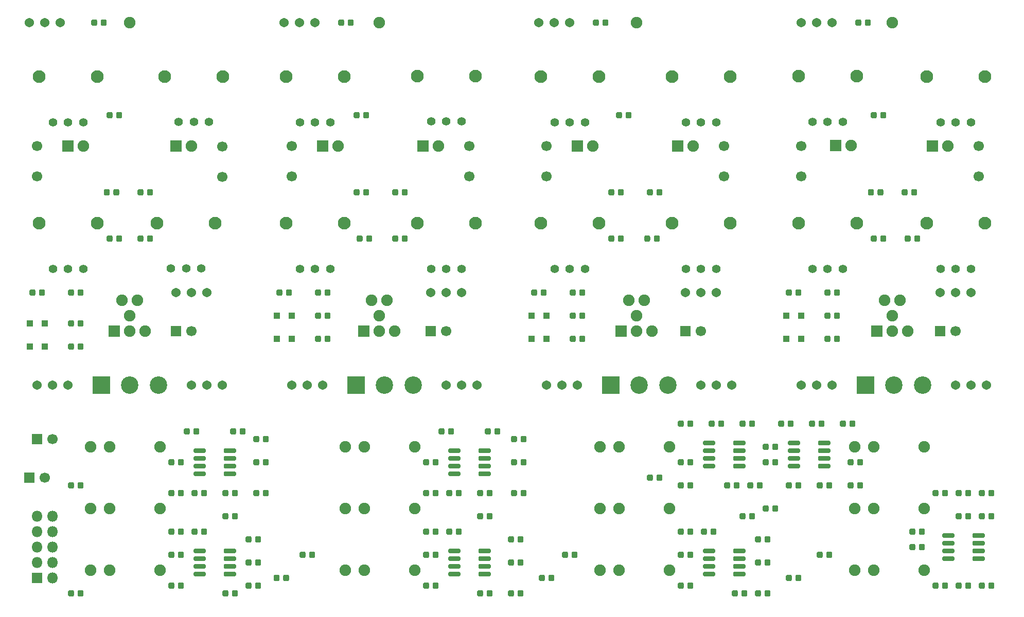
<source format=gbs>
G04 #@! TF.GenerationSoftware,KiCad,Pcbnew,(5.1.6-0-10_14)*
G04 #@! TF.CreationDate,2022-01-01T22:04:21+00:00*
G04 #@! TF.ProjectId,Quad Tube VCA,51756164-2054-4756-9265-205643412e6b,rev?*
G04 #@! TF.SameCoordinates,Original*
G04 #@! TF.FileFunction,Soldermask,Bot*
G04 #@! TF.FilePolarity,Negative*
%FSLAX46Y46*%
G04 Gerber Fmt 4.6, Leading zero omitted, Abs format (unit mm)*
G04 Created by KiCad (PCBNEW (5.1.6-0-10_14)) date 2022-01-01 22:04:21*
%MOMM*%
%LPD*%
G01*
G04 APERTURE LIST*
%ADD10C,1.700000*%
%ADD11R,1.700000X1.700000*%
%ADD12C,1.900000*%
%ADD13R,1.900000X1.900000*%
%ADD14C,2.875000*%
%ADD15R,2.875000X2.875000*%
%ADD16C,2.100000*%
%ADD17C,1.400000*%
%ADD18C,1.540000*%
%ADD19O,1.800000X1.800000*%
%ADD20R,1.800000X1.800000*%
%ADD21R,1.100000X1.100000*%
G04 APERTURE END LIST*
D10*
X220940000Y-99060000D03*
D11*
X218440000Y-99060000D03*
D10*
X179030000Y-99060000D03*
D11*
X176530000Y-99060000D03*
D10*
X137120000Y-99060000D03*
D11*
X134620000Y-99060000D03*
D10*
X95210000Y-99060000D03*
D11*
X92710000Y-99060000D03*
D10*
X72350000Y-116840000D03*
D11*
X69850000Y-116840000D03*
D10*
X71080000Y-123190000D03*
D11*
X68580000Y-123190000D03*
D12*
X126153333Y-48260000D03*
X126153333Y-96520000D03*
X124883333Y-93980000D03*
X127423333Y-93980000D03*
X128693333Y-99060000D03*
X126153333Y-99060000D03*
D13*
X123613333Y-99060000D03*
D12*
X85090000Y-48260000D03*
X85090000Y-96520000D03*
X83820000Y-93980000D03*
X86360000Y-93980000D03*
X87630000Y-99060000D03*
X85090000Y-99060000D03*
D13*
X82550000Y-99060000D03*
D12*
X210550000Y-48260000D03*
X210550000Y-96520000D03*
X209280000Y-93980000D03*
X211820000Y-93980000D03*
X213090000Y-99060000D03*
X210550000Y-99060000D03*
D13*
X208010000Y-99060000D03*
D12*
X168486666Y-48260000D03*
X168486666Y-96520000D03*
X167216666Y-93980000D03*
X169756666Y-93980000D03*
X171026666Y-99060000D03*
X168486666Y-99060000D03*
D13*
X165946666Y-99060000D03*
D14*
X215520000Y-107950000D03*
X210820000Y-107950000D03*
D15*
X206120000Y-107950000D03*
D14*
X173610000Y-107950000D03*
X168910000Y-107950000D03*
D15*
X164210000Y-107950000D03*
D14*
X131700000Y-107950000D03*
X127000000Y-107950000D03*
D15*
X122300000Y-107950000D03*
D14*
X89790000Y-107950000D03*
X85090000Y-107950000D03*
D15*
X80390000Y-107950000D03*
D16*
X204680000Y-57070000D03*
X195080000Y-57070000D03*
D17*
X202380000Y-64570000D03*
X199880000Y-64570000D03*
X197380000Y-64570000D03*
D16*
X162280000Y-57150000D03*
X152680000Y-57150000D03*
D17*
X159980000Y-64650000D03*
X157480000Y-64650000D03*
X154980000Y-64650000D03*
D16*
X120370000Y-57150000D03*
X110770000Y-57150000D03*
D17*
X118070000Y-64650000D03*
X115570000Y-64650000D03*
X113070000Y-64650000D03*
D16*
X79730000Y-57150000D03*
X70130000Y-57150000D03*
D17*
X77430000Y-64650000D03*
X74930000Y-64650000D03*
X72430000Y-64650000D03*
D16*
X204680000Y-81320000D03*
X195080000Y-81320000D03*
D17*
X202380000Y-88820000D03*
X199880000Y-88820000D03*
X197380000Y-88820000D03*
D16*
X162280000Y-81280000D03*
X152680000Y-81280000D03*
D17*
X159980000Y-88780000D03*
X157480000Y-88780000D03*
X154980000Y-88780000D03*
D16*
X120370000Y-81280000D03*
X110770000Y-81280000D03*
D17*
X118070000Y-88780000D03*
X115570000Y-88780000D03*
X113070000Y-88780000D03*
D16*
X79730000Y-81280000D03*
X70130000Y-81280000D03*
D17*
X77430000Y-88780000D03*
X74930000Y-88780000D03*
X72430000Y-88780000D03*
D16*
X225780000Y-57150000D03*
X216180000Y-57150000D03*
D17*
X223480000Y-64650000D03*
X220980000Y-64650000D03*
X218480000Y-64650000D03*
D16*
X183870000Y-57150000D03*
X174270000Y-57150000D03*
D17*
X181570000Y-64650000D03*
X179070000Y-64650000D03*
X176570000Y-64650000D03*
D16*
X141960000Y-57030000D03*
X132360000Y-57030000D03*
D17*
X139660000Y-64530000D03*
X137160000Y-64530000D03*
X134660000Y-64530000D03*
D16*
X100410000Y-57130000D03*
X90810000Y-57130000D03*
D17*
X98110000Y-64630000D03*
X95610000Y-64630000D03*
X93110000Y-64630000D03*
D16*
X225780000Y-81280000D03*
X216180000Y-81280000D03*
D17*
X223480000Y-88780000D03*
X220980000Y-88780000D03*
X218480000Y-88780000D03*
D16*
X183870000Y-81280000D03*
X174270000Y-81280000D03*
D17*
X181570000Y-88780000D03*
X179070000Y-88780000D03*
X176570000Y-88780000D03*
D16*
X141960000Y-81280000D03*
X132360000Y-81280000D03*
D17*
X139660000Y-88780000D03*
X137160000Y-88780000D03*
X134660000Y-88780000D03*
D16*
X99140000Y-81260000D03*
X89540000Y-81260000D03*
D17*
X96840000Y-88760000D03*
X94340000Y-88760000D03*
X91840000Y-88760000D03*
D12*
X215770000Y-138430000D03*
X204370000Y-138430000D03*
X207470000Y-138430000D03*
X173830000Y-138430000D03*
X162430000Y-138430000D03*
X165530000Y-138430000D03*
X131920000Y-138430000D03*
X120520000Y-138430000D03*
X123620000Y-138430000D03*
X90010000Y-138430000D03*
X78610000Y-138430000D03*
X81710000Y-138430000D03*
X215740000Y-118110000D03*
X204340000Y-118110000D03*
X207440000Y-118110000D03*
X173830000Y-118110000D03*
X162430000Y-118110000D03*
X165530000Y-118110000D03*
X131920000Y-118110000D03*
X120520000Y-118110000D03*
X123620000Y-118110000D03*
X90010000Y-118110000D03*
X78610000Y-118110000D03*
X81710000Y-118110000D03*
X215770000Y-128270000D03*
X204370000Y-128270000D03*
X207470000Y-128270000D03*
X173830000Y-128270000D03*
X162430000Y-128270000D03*
X165530000Y-128270000D03*
X131920000Y-128270000D03*
X120520000Y-128270000D03*
X123620000Y-128270000D03*
X90010000Y-128270000D03*
X78610000Y-128270000D03*
X81710000Y-128270000D03*
G36*
G01*
X188930000Y-141958750D02*
X188930000Y-142521250D01*
G75*
G02*
X188686250Y-142765000I-243750J0D01*
G01*
X188198750Y-142765000D01*
G75*
G02*
X187955000Y-142521250I0J243750D01*
G01*
X187955000Y-141958750D01*
G75*
G02*
X188198750Y-141715000I243750J0D01*
G01*
X188686250Y-141715000D01*
G75*
G02*
X188930000Y-141958750I0J-243750D01*
G01*
G37*
G36*
G01*
X190505000Y-141958750D02*
X190505000Y-142521250D01*
G75*
G02*
X190261250Y-142765000I-243750J0D01*
G01*
X189773750Y-142765000D01*
G75*
G02*
X189530000Y-142521250I0J243750D01*
G01*
X189530000Y-141958750D01*
G75*
G02*
X189773750Y-141715000I243750J0D01*
G01*
X190261250Y-141715000D01*
G75*
G02*
X190505000Y-141958750I0J-243750D01*
G01*
G37*
G36*
G01*
X189530000Y-137441250D02*
X189530000Y-136878750D01*
G75*
G02*
X189773750Y-136635000I243750J0D01*
G01*
X190261250Y-136635000D01*
G75*
G02*
X190505000Y-136878750I0J-243750D01*
G01*
X190505000Y-137441250D01*
G75*
G02*
X190261250Y-137685000I-243750J0D01*
G01*
X189773750Y-137685000D01*
G75*
G02*
X189530000Y-137441250I0J243750D01*
G01*
G37*
G36*
G01*
X187955000Y-137441250D02*
X187955000Y-136878750D01*
G75*
G02*
X188198750Y-136635000I243750J0D01*
G01*
X188686250Y-136635000D01*
G75*
G02*
X188930000Y-136878750I0J-243750D01*
G01*
X188930000Y-137441250D01*
G75*
G02*
X188686250Y-137685000I-243750J0D01*
G01*
X188198750Y-137685000D01*
G75*
G02*
X187955000Y-137441250I0J243750D01*
G01*
G37*
D18*
X195580000Y-48260000D03*
X198120000Y-48260000D03*
X200660000Y-48260000D03*
X152400000Y-48260000D03*
X154940000Y-48260000D03*
X157480000Y-48260000D03*
X110490000Y-48260000D03*
X113030000Y-48260000D03*
X115570000Y-48260000D03*
X68580000Y-48260000D03*
X71120000Y-48260000D03*
X73660000Y-48260000D03*
X220980000Y-107950000D03*
X223520000Y-107950000D03*
X226060000Y-107950000D03*
X179070000Y-107950000D03*
X181610000Y-107950000D03*
X184150000Y-107950000D03*
X137160000Y-107950000D03*
X139700000Y-107950000D03*
X142240000Y-107950000D03*
X95250000Y-107950000D03*
X97790000Y-107950000D03*
X100330000Y-107950000D03*
X218440000Y-92710000D03*
X220980000Y-92710000D03*
X223520000Y-92710000D03*
X176530000Y-92710000D03*
X179070000Y-92710000D03*
X181610000Y-92710000D03*
X134620000Y-92710000D03*
X137160000Y-92710000D03*
X139700000Y-92710000D03*
X92710000Y-92710000D03*
X95250000Y-92710000D03*
X97790000Y-92710000D03*
X195580000Y-107950000D03*
X198120000Y-107950000D03*
X200660000Y-107950000D03*
X153670000Y-107950000D03*
X156210000Y-107950000D03*
X158750000Y-107950000D03*
X111760000Y-107950000D03*
X114300000Y-107950000D03*
X116840000Y-107950000D03*
X69850000Y-107950000D03*
X72390000Y-107950000D03*
X74930000Y-107950000D03*
G36*
G01*
X199690000Y-136171250D02*
X199690000Y-135608750D01*
G75*
G02*
X199933750Y-135365000I243750J0D01*
G01*
X200421250Y-135365000D01*
G75*
G02*
X200665000Y-135608750I0J-243750D01*
G01*
X200665000Y-136171250D01*
G75*
G02*
X200421250Y-136415000I-243750J0D01*
G01*
X199933750Y-136415000D01*
G75*
G02*
X199690000Y-136171250I0J243750D01*
G01*
G37*
G36*
G01*
X198115000Y-136171250D02*
X198115000Y-135608750D01*
G75*
G02*
X198358750Y-135365000I243750J0D01*
G01*
X198846250Y-135365000D01*
G75*
G02*
X199090000Y-135608750I0J-243750D01*
G01*
X199090000Y-136171250D01*
G75*
G02*
X198846250Y-136415000I-243750J0D01*
G01*
X198358750Y-136415000D01*
G75*
G02*
X198115000Y-136171250I0J243750D01*
G01*
G37*
G36*
G01*
X157780000Y-136171250D02*
X157780000Y-135608750D01*
G75*
G02*
X158023750Y-135365000I243750J0D01*
G01*
X158511250Y-135365000D01*
G75*
G02*
X158755000Y-135608750I0J-243750D01*
G01*
X158755000Y-136171250D01*
G75*
G02*
X158511250Y-136415000I-243750J0D01*
G01*
X158023750Y-136415000D01*
G75*
G02*
X157780000Y-136171250I0J243750D01*
G01*
G37*
G36*
G01*
X156205000Y-136171250D02*
X156205000Y-135608750D01*
G75*
G02*
X156448750Y-135365000I243750J0D01*
G01*
X156936250Y-135365000D01*
G75*
G02*
X157180000Y-135608750I0J-243750D01*
G01*
X157180000Y-136171250D01*
G75*
G02*
X156936250Y-136415000I-243750J0D01*
G01*
X156448750Y-136415000D01*
G75*
G02*
X156205000Y-136171250I0J243750D01*
G01*
G37*
G36*
G01*
X114600000Y-136171250D02*
X114600000Y-135608750D01*
G75*
G02*
X114843750Y-135365000I243750J0D01*
G01*
X115331250Y-135365000D01*
G75*
G02*
X115575000Y-135608750I0J-243750D01*
G01*
X115575000Y-136171250D01*
G75*
G02*
X115331250Y-136415000I-243750J0D01*
G01*
X114843750Y-136415000D01*
G75*
G02*
X114600000Y-136171250I0J243750D01*
G01*
G37*
G36*
G01*
X113025000Y-136171250D02*
X113025000Y-135608750D01*
G75*
G02*
X113268750Y-135365000I243750J0D01*
G01*
X113756250Y-135365000D01*
G75*
G02*
X114000000Y-135608750I0J-243750D01*
G01*
X114000000Y-136171250D01*
G75*
G02*
X113756250Y-136415000I-243750J0D01*
G01*
X113268750Y-136415000D01*
G75*
G02*
X113025000Y-136171250I0J243750D01*
G01*
G37*
G36*
G01*
X203500000Y-114581250D02*
X203500000Y-114018750D01*
G75*
G02*
X203743750Y-113775000I243750J0D01*
G01*
X204231250Y-113775000D01*
G75*
G02*
X204475000Y-114018750I0J-243750D01*
G01*
X204475000Y-114581250D01*
G75*
G02*
X204231250Y-114825000I-243750J0D01*
G01*
X203743750Y-114825000D01*
G75*
G02*
X203500000Y-114581250I0J243750D01*
G01*
G37*
G36*
G01*
X201925000Y-114581250D02*
X201925000Y-114018750D01*
G75*
G02*
X202168750Y-113775000I243750J0D01*
G01*
X202656250Y-113775000D01*
G75*
G02*
X202900000Y-114018750I0J-243750D01*
G01*
X202900000Y-114581250D01*
G75*
G02*
X202656250Y-114825000I-243750J0D01*
G01*
X202168750Y-114825000D01*
G75*
G02*
X201925000Y-114581250I0J243750D01*
G01*
G37*
G36*
G01*
X190800000Y-118391250D02*
X190800000Y-117828750D01*
G75*
G02*
X191043750Y-117585000I243750J0D01*
G01*
X191531250Y-117585000D01*
G75*
G02*
X191775000Y-117828750I0J-243750D01*
G01*
X191775000Y-118391250D01*
G75*
G02*
X191531250Y-118635000I-243750J0D01*
G01*
X191043750Y-118635000D01*
G75*
G02*
X190800000Y-118391250I0J243750D01*
G01*
G37*
G36*
G01*
X189225000Y-118391250D02*
X189225000Y-117828750D01*
G75*
G02*
X189468750Y-117585000I243750J0D01*
G01*
X189956250Y-117585000D01*
G75*
G02*
X190200000Y-117828750I0J-243750D01*
G01*
X190200000Y-118391250D01*
G75*
G02*
X189956250Y-118635000I-243750J0D01*
G01*
X189468750Y-118635000D01*
G75*
G02*
X189225000Y-118391250I0J243750D01*
G01*
G37*
G36*
G01*
X194610000Y-92991250D02*
X194610000Y-92428750D01*
G75*
G02*
X194853750Y-92185000I243750J0D01*
G01*
X195341250Y-92185000D01*
G75*
G02*
X195585000Y-92428750I0J-243750D01*
G01*
X195585000Y-92991250D01*
G75*
G02*
X195341250Y-93235000I-243750J0D01*
G01*
X194853750Y-93235000D01*
G75*
G02*
X194610000Y-92991250I0J243750D01*
G01*
G37*
G36*
G01*
X193035000Y-92991250D02*
X193035000Y-92428750D01*
G75*
G02*
X193278750Y-92185000I243750J0D01*
G01*
X193766250Y-92185000D01*
G75*
G02*
X194010000Y-92428750I0J-243750D01*
G01*
X194010000Y-92991250D01*
G75*
G02*
X193766250Y-93235000I-243750J0D01*
G01*
X193278750Y-93235000D01*
G75*
G02*
X193035000Y-92991250I0J243750D01*
G01*
G37*
G36*
G01*
X200360000Y-92428750D02*
X200360000Y-92991250D01*
G75*
G02*
X200116250Y-93235000I-243750J0D01*
G01*
X199628750Y-93235000D01*
G75*
G02*
X199385000Y-92991250I0J243750D01*
G01*
X199385000Y-92428750D01*
G75*
G02*
X199628750Y-92185000I243750J0D01*
G01*
X200116250Y-92185000D01*
G75*
G02*
X200360000Y-92428750I0J-243750D01*
G01*
G37*
G36*
G01*
X201935000Y-92428750D02*
X201935000Y-92991250D01*
G75*
G02*
X201691250Y-93235000I-243750J0D01*
G01*
X201203750Y-93235000D01*
G75*
G02*
X200960000Y-92991250I0J243750D01*
G01*
X200960000Y-92428750D01*
G75*
G02*
X201203750Y-92185000I243750J0D01*
G01*
X201691250Y-92185000D01*
G75*
G02*
X201935000Y-92428750I0J-243750D01*
G01*
G37*
G36*
G01*
X194010000Y-124178750D02*
X194010000Y-124741250D01*
G75*
G02*
X193766250Y-124985000I-243750J0D01*
G01*
X193278750Y-124985000D01*
G75*
G02*
X193035000Y-124741250I0J243750D01*
G01*
X193035000Y-124178750D01*
G75*
G02*
X193278750Y-123935000I243750J0D01*
G01*
X193766250Y-123935000D01*
G75*
G02*
X194010000Y-124178750I0J-243750D01*
G01*
G37*
G36*
G01*
X195585000Y-124178750D02*
X195585000Y-124741250D01*
G75*
G02*
X195341250Y-124985000I-243750J0D01*
G01*
X194853750Y-124985000D01*
G75*
G02*
X194610000Y-124741250I0J243750D01*
G01*
X194610000Y-124178750D01*
G75*
G02*
X194853750Y-123935000I243750J0D01*
G01*
X195341250Y-123935000D01*
G75*
G02*
X195585000Y-124178750I0J-243750D01*
G01*
G37*
G36*
G01*
X204170000Y-124178750D02*
X204170000Y-124741250D01*
G75*
G02*
X203926250Y-124985000I-243750J0D01*
G01*
X203438750Y-124985000D01*
G75*
G02*
X203195000Y-124741250I0J243750D01*
G01*
X203195000Y-124178750D01*
G75*
G02*
X203438750Y-123935000I243750J0D01*
G01*
X203926250Y-123935000D01*
G75*
G02*
X204170000Y-124178750I0J-243750D01*
G01*
G37*
G36*
G01*
X205745000Y-124178750D02*
X205745000Y-124741250D01*
G75*
G02*
X205501250Y-124985000I-243750J0D01*
G01*
X205013750Y-124985000D01*
G75*
G02*
X204770000Y-124741250I0J243750D01*
G01*
X204770000Y-124178750D01*
G75*
G02*
X205013750Y-123935000I243750J0D01*
G01*
X205501250Y-123935000D01*
G75*
G02*
X205745000Y-124178750I0J-243750D01*
G01*
G37*
G36*
G01*
X200960000Y-96801250D02*
X200960000Y-96238750D01*
G75*
G02*
X201203750Y-95995000I243750J0D01*
G01*
X201691250Y-95995000D01*
G75*
G02*
X201935000Y-96238750I0J-243750D01*
G01*
X201935000Y-96801250D01*
G75*
G02*
X201691250Y-97045000I-243750J0D01*
G01*
X201203750Y-97045000D01*
G75*
G02*
X200960000Y-96801250I0J243750D01*
G01*
G37*
G36*
G01*
X199385000Y-96801250D02*
X199385000Y-96238750D01*
G75*
G02*
X199628750Y-95995000I243750J0D01*
G01*
X200116250Y-95995000D01*
G75*
G02*
X200360000Y-96238750I0J-243750D01*
G01*
X200360000Y-96801250D01*
G75*
G02*
X200116250Y-97045000I-243750J0D01*
G01*
X199628750Y-97045000D01*
G75*
G02*
X199385000Y-96801250I0J243750D01*
G01*
G37*
G36*
G01*
X214142500Y-84101250D02*
X214142500Y-83538750D01*
G75*
G02*
X214386250Y-83295000I243750J0D01*
G01*
X214873750Y-83295000D01*
G75*
G02*
X215117500Y-83538750I0J-243750D01*
G01*
X215117500Y-84101250D01*
G75*
G02*
X214873750Y-84345000I-243750J0D01*
G01*
X214386250Y-84345000D01*
G75*
G02*
X214142500Y-84101250I0J243750D01*
G01*
G37*
G36*
G01*
X212567500Y-84101250D02*
X212567500Y-83538750D01*
G75*
G02*
X212811250Y-83295000I243750J0D01*
G01*
X213298750Y-83295000D01*
G75*
G02*
X213542500Y-83538750I0J-243750D01*
G01*
X213542500Y-84101250D01*
G75*
G02*
X213298750Y-84345000I-243750J0D01*
G01*
X212811250Y-84345000D01*
G75*
G02*
X212567500Y-84101250I0J243750D01*
G01*
G37*
G36*
G01*
X200960000Y-100611250D02*
X200960000Y-100048750D01*
G75*
G02*
X201203750Y-99805000I243750J0D01*
G01*
X201691250Y-99805000D01*
G75*
G02*
X201935000Y-100048750I0J-243750D01*
G01*
X201935000Y-100611250D01*
G75*
G02*
X201691250Y-100855000I-243750J0D01*
G01*
X201203750Y-100855000D01*
G75*
G02*
X200960000Y-100611250I0J243750D01*
G01*
G37*
G36*
G01*
X199385000Y-100611250D02*
X199385000Y-100048750D01*
G75*
G02*
X199628750Y-99805000I243750J0D01*
G01*
X200116250Y-99805000D01*
G75*
G02*
X200360000Y-100048750I0J-243750D01*
G01*
X200360000Y-100611250D01*
G75*
G02*
X200116250Y-100855000I-243750J0D01*
G01*
X199628750Y-100855000D01*
G75*
G02*
X199385000Y-100611250I0J243750D01*
G01*
G37*
G36*
G01*
X208580000Y-84101250D02*
X208580000Y-83538750D01*
G75*
G02*
X208823750Y-83295000I243750J0D01*
G01*
X209311250Y-83295000D01*
G75*
G02*
X209555000Y-83538750I0J-243750D01*
G01*
X209555000Y-84101250D01*
G75*
G02*
X209311250Y-84345000I-243750J0D01*
G01*
X208823750Y-84345000D01*
G75*
G02*
X208580000Y-84101250I0J243750D01*
G01*
G37*
G36*
G01*
X207005000Y-84101250D02*
X207005000Y-83538750D01*
G75*
G02*
X207248750Y-83295000I243750J0D01*
G01*
X207736250Y-83295000D01*
G75*
G02*
X207980000Y-83538750I0J-243750D01*
G01*
X207980000Y-84101250D01*
G75*
G02*
X207736250Y-84345000I-243750J0D01*
G01*
X207248750Y-84345000D01*
G75*
G02*
X207005000Y-84101250I0J243750D01*
G01*
G37*
G36*
G01*
X208097500Y-76481250D02*
X208097500Y-75918750D01*
G75*
G02*
X208341250Y-75675000I243750J0D01*
G01*
X208828750Y-75675000D01*
G75*
G02*
X209072500Y-75918750I0J-243750D01*
G01*
X209072500Y-76481250D01*
G75*
G02*
X208828750Y-76725000I-243750J0D01*
G01*
X208341250Y-76725000D01*
G75*
G02*
X208097500Y-76481250I0J243750D01*
G01*
G37*
G36*
G01*
X206522500Y-76481250D02*
X206522500Y-75918750D01*
G75*
G02*
X206766250Y-75675000I243750J0D01*
G01*
X207253750Y-75675000D01*
G75*
G02*
X207497500Y-75918750I0J-243750D01*
G01*
X207497500Y-76481250D01*
G75*
G02*
X207253750Y-76725000I-243750J0D01*
G01*
X206766250Y-76725000D01*
G75*
G02*
X206522500Y-76481250I0J243750D01*
G01*
G37*
G36*
G01*
X213660000Y-76481250D02*
X213660000Y-75918750D01*
G75*
G02*
X213903750Y-75675000I243750J0D01*
G01*
X214391250Y-75675000D01*
G75*
G02*
X214635000Y-75918750I0J-243750D01*
G01*
X214635000Y-76481250D01*
G75*
G02*
X214391250Y-76725000I-243750J0D01*
G01*
X213903750Y-76725000D01*
G75*
G02*
X213660000Y-76481250I0J243750D01*
G01*
G37*
G36*
G01*
X212085000Y-76481250D02*
X212085000Y-75918750D01*
G75*
G02*
X212328750Y-75675000I243750J0D01*
G01*
X212816250Y-75675000D01*
G75*
G02*
X213060000Y-75918750I0J-243750D01*
G01*
X213060000Y-76481250D01*
G75*
G02*
X212816250Y-76725000I-243750J0D01*
G01*
X212328750Y-76725000D01*
G75*
G02*
X212085000Y-76481250I0J243750D01*
G01*
G37*
G36*
G01*
X222550000Y-126011250D02*
X222550000Y-125448750D01*
G75*
G02*
X222793750Y-125205000I243750J0D01*
G01*
X223281250Y-125205000D01*
G75*
G02*
X223525000Y-125448750I0J-243750D01*
G01*
X223525000Y-126011250D01*
G75*
G02*
X223281250Y-126255000I-243750J0D01*
G01*
X222793750Y-126255000D01*
G75*
G02*
X222550000Y-126011250I0J243750D01*
G01*
G37*
G36*
G01*
X220975000Y-126011250D02*
X220975000Y-125448750D01*
G75*
G02*
X221218750Y-125205000I243750J0D01*
G01*
X221706250Y-125205000D01*
G75*
G02*
X221950000Y-125448750I0J-243750D01*
G01*
X221950000Y-126011250D01*
G75*
G02*
X221706250Y-126255000I-243750J0D01*
G01*
X221218750Y-126255000D01*
G75*
G02*
X220975000Y-126011250I0J243750D01*
G01*
G37*
G36*
G01*
X208580000Y-63781250D02*
X208580000Y-63218750D01*
G75*
G02*
X208823750Y-62975000I243750J0D01*
G01*
X209311250Y-62975000D01*
G75*
G02*
X209555000Y-63218750I0J-243750D01*
G01*
X209555000Y-63781250D01*
G75*
G02*
X209311250Y-64025000I-243750J0D01*
G01*
X208823750Y-64025000D01*
G75*
G02*
X208580000Y-63781250I0J243750D01*
G01*
G37*
G36*
G01*
X207005000Y-63781250D02*
X207005000Y-63218750D01*
G75*
G02*
X207248750Y-62975000I243750J0D01*
G01*
X207736250Y-62975000D01*
G75*
G02*
X207980000Y-63218750I0J-243750D01*
G01*
X207980000Y-63781250D01*
G75*
G02*
X207736250Y-64025000I-243750J0D01*
G01*
X207248750Y-64025000D01*
G75*
G02*
X207005000Y-63781250I0J243750D01*
G01*
G37*
G36*
G01*
X206040000Y-48541250D02*
X206040000Y-47978750D01*
G75*
G02*
X206283750Y-47735000I243750J0D01*
G01*
X206771250Y-47735000D01*
G75*
G02*
X207015000Y-47978750I0J-243750D01*
G01*
X207015000Y-48541250D01*
G75*
G02*
X206771250Y-48785000I-243750J0D01*
G01*
X206283750Y-48785000D01*
G75*
G02*
X206040000Y-48541250I0J243750D01*
G01*
G37*
G36*
G01*
X204465000Y-48541250D02*
X204465000Y-47978750D01*
G75*
G02*
X204708750Y-47735000I243750J0D01*
G01*
X205196250Y-47735000D01*
G75*
G02*
X205440000Y-47978750I0J-243750D01*
G01*
X205440000Y-48541250D01*
G75*
G02*
X205196250Y-48785000I-243750J0D01*
G01*
X204708750Y-48785000D01*
G75*
G02*
X204465000Y-48541250I0J243750D01*
G01*
G37*
G36*
G01*
X218740000Y-141251250D02*
X218740000Y-140688750D01*
G75*
G02*
X218983750Y-140445000I243750J0D01*
G01*
X219471250Y-140445000D01*
G75*
G02*
X219715000Y-140688750I0J-243750D01*
G01*
X219715000Y-141251250D01*
G75*
G02*
X219471250Y-141495000I-243750J0D01*
G01*
X218983750Y-141495000D01*
G75*
G02*
X218740000Y-141251250I0J243750D01*
G01*
G37*
G36*
G01*
X217165000Y-141251250D02*
X217165000Y-140688750D01*
G75*
G02*
X217408750Y-140445000I243750J0D01*
G01*
X217896250Y-140445000D01*
G75*
G02*
X218140000Y-140688750I0J-243750D01*
G01*
X218140000Y-141251250D01*
G75*
G02*
X217896250Y-141495000I-243750J0D01*
G01*
X217408750Y-141495000D01*
G75*
G02*
X217165000Y-141251250I0J243750D01*
G01*
G37*
G36*
G01*
X214330000Y-131798750D02*
X214330000Y-132361250D01*
G75*
G02*
X214086250Y-132605000I-243750J0D01*
G01*
X213598750Y-132605000D01*
G75*
G02*
X213355000Y-132361250I0J243750D01*
G01*
X213355000Y-131798750D01*
G75*
G02*
X213598750Y-131555000I243750J0D01*
G01*
X214086250Y-131555000D01*
G75*
G02*
X214330000Y-131798750I0J-243750D01*
G01*
G37*
G36*
G01*
X215905000Y-131798750D02*
X215905000Y-132361250D01*
G75*
G02*
X215661250Y-132605000I-243750J0D01*
G01*
X215173750Y-132605000D01*
G75*
G02*
X214930000Y-132361250I0J243750D01*
G01*
X214930000Y-131798750D01*
G75*
G02*
X215173750Y-131555000I243750J0D01*
G01*
X215661250Y-131555000D01*
G75*
G02*
X215905000Y-131798750I0J-243750D01*
G01*
G37*
G36*
G01*
X225760000Y-140688750D02*
X225760000Y-141251250D01*
G75*
G02*
X225516250Y-141495000I-243750J0D01*
G01*
X225028750Y-141495000D01*
G75*
G02*
X224785000Y-141251250I0J243750D01*
G01*
X224785000Y-140688750D01*
G75*
G02*
X225028750Y-140445000I243750J0D01*
G01*
X225516250Y-140445000D01*
G75*
G02*
X225760000Y-140688750I0J-243750D01*
G01*
G37*
G36*
G01*
X227335000Y-140688750D02*
X227335000Y-141251250D01*
G75*
G02*
X227091250Y-141495000I-243750J0D01*
G01*
X226603750Y-141495000D01*
G75*
G02*
X226360000Y-141251250I0J243750D01*
G01*
X226360000Y-140688750D01*
G75*
G02*
X226603750Y-140445000I243750J0D01*
G01*
X227091250Y-140445000D01*
G75*
G02*
X227335000Y-140688750I0J-243750D01*
G01*
G37*
G36*
G01*
X222550000Y-129821250D02*
X222550000Y-129258750D01*
G75*
G02*
X222793750Y-129015000I243750J0D01*
G01*
X223281250Y-129015000D01*
G75*
G02*
X223525000Y-129258750I0J-243750D01*
G01*
X223525000Y-129821250D01*
G75*
G02*
X223281250Y-130065000I-243750J0D01*
G01*
X222793750Y-130065000D01*
G75*
G02*
X222550000Y-129821250I0J243750D01*
G01*
G37*
G36*
G01*
X220975000Y-129821250D02*
X220975000Y-129258750D01*
G75*
G02*
X221218750Y-129015000I243750J0D01*
G01*
X221706250Y-129015000D01*
G75*
G02*
X221950000Y-129258750I0J-243750D01*
G01*
X221950000Y-129821250D01*
G75*
G02*
X221706250Y-130065000I-243750J0D01*
G01*
X221218750Y-130065000D01*
G75*
G02*
X220975000Y-129821250I0J243750D01*
G01*
G37*
G36*
G01*
X226360000Y-126011250D02*
X226360000Y-125448750D01*
G75*
G02*
X226603750Y-125205000I243750J0D01*
G01*
X227091250Y-125205000D01*
G75*
G02*
X227335000Y-125448750I0J-243750D01*
G01*
X227335000Y-126011250D01*
G75*
G02*
X227091250Y-126255000I-243750J0D01*
G01*
X226603750Y-126255000D01*
G75*
G02*
X226360000Y-126011250I0J243750D01*
G01*
G37*
G36*
G01*
X224785000Y-126011250D02*
X224785000Y-125448750D01*
G75*
G02*
X225028750Y-125205000I243750J0D01*
G01*
X225516250Y-125205000D01*
G75*
G02*
X225760000Y-125448750I0J-243750D01*
G01*
X225760000Y-126011250D01*
G75*
G02*
X225516250Y-126255000I-243750J0D01*
G01*
X225028750Y-126255000D01*
G75*
G02*
X224785000Y-126011250I0J243750D01*
G01*
G37*
G36*
G01*
X186990000Y-114581250D02*
X186990000Y-114018750D01*
G75*
G02*
X187233750Y-113775000I243750J0D01*
G01*
X187721250Y-113775000D01*
G75*
G02*
X187965000Y-114018750I0J-243750D01*
G01*
X187965000Y-114581250D01*
G75*
G02*
X187721250Y-114825000I-243750J0D01*
G01*
X187233750Y-114825000D01*
G75*
G02*
X186990000Y-114581250I0J243750D01*
G01*
G37*
G36*
G01*
X185415000Y-114581250D02*
X185415000Y-114018750D01*
G75*
G02*
X185658750Y-113775000I243750J0D01*
G01*
X186146250Y-113775000D01*
G75*
G02*
X186390000Y-114018750I0J-243750D01*
G01*
X186390000Y-114581250D01*
G75*
G02*
X186146250Y-114825000I-243750J0D01*
G01*
X185658750Y-114825000D01*
G75*
G02*
X185415000Y-114581250I0J243750D01*
G01*
G37*
G36*
G01*
X171750000Y-123471250D02*
X171750000Y-122908750D01*
G75*
G02*
X171993750Y-122665000I243750J0D01*
G01*
X172481250Y-122665000D01*
G75*
G02*
X172725000Y-122908750I0J-243750D01*
G01*
X172725000Y-123471250D01*
G75*
G02*
X172481250Y-123715000I-243750J0D01*
G01*
X171993750Y-123715000D01*
G75*
G02*
X171750000Y-123471250I0J243750D01*
G01*
G37*
G36*
G01*
X170175000Y-123471250D02*
X170175000Y-122908750D01*
G75*
G02*
X170418750Y-122665000I243750J0D01*
G01*
X170906250Y-122665000D01*
G75*
G02*
X171150000Y-122908750I0J-243750D01*
G01*
X171150000Y-123471250D01*
G75*
G02*
X170906250Y-123715000I-243750J0D01*
G01*
X170418750Y-123715000D01*
G75*
G02*
X170175000Y-123471250I0J243750D01*
G01*
G37*
G36*
G01*
X152700000Y-92991250D02*
X152700000Y-92428750D01*
G75*
G02*
X152943750Y-92185000I243750J0D01*
G01*
X153431250Y-92185000D01*
G75*
G02*
X153675000Y-92428750I0J-243750D01*
G01*
X153675000Y-92991250D01*
G75*
G02*
X153431250Y-93235000I-243750J0D01*
G01*
X152943750Y-93235000D01*
G75*
G02*
X152700000Y-92991250I0J243750D01*
G01*
G37*
G36*
G01*
X151125000Y-92991250D02*
X151125000Y-92428750D01*
G75*
G02*
X151368750Y-92185000I243750J0D01*
G01*
X151856250Y-92185000D01*
G75*
G02*
X152100000Y-92428750I0J-243750D01*
G01*
X152100000Y-92991250D01*
G75*
G02*
X151856250Y-93235000I-243750J0D01*
G01*
X151368750Y-93235000D01*
G75*
G02*
X151125000Y-92991250I0J243750D01*
G01*
G37*
G36*
G01*
X158450000Y-92428750D02*
X158450000Y-92991250D01*
G75*
G02*
X158206250Y-93235000I-243750J0D01*
G01*
X157718750Y-93235000D01*
G75*
G02*
X157475000Y-92991250I0J243750D01*
G01*
X157475000Y-92428750D01*
G75*
G02*
X157718750Y-92185000I243750J0D01*
G01*
X158206250Y-92185000D01*
G75*
G02*
X158450000Y-92428750I0J-243750D01*
G01*
G37*
G36*
G01*
X160025000Y-92428750D02*
X160025000Y-92991250D01*
G75*
G02*
X159781250Y-93235000I-243750J0D01*
G01*
X159293750Y-93235000D01*
G75*
G02*
X159050000Y-92991250I0J243750D01*
G01*
X159050000Y-92428750D01*
G75*
G02*
X159293750Y-92185000I243750J0D01*
G01*
X159781250Y-92185000D01*
G75*
G02*
X160025000Y-92428750I0J-243750D01*
G01*
G37*
G36*
G01*
X176830000Y-124741250D02*
X176830000Y-124178750D01*
G75*
G02*
X177073750Y-123935000I243750J0D01*
G01*
X177561250Y-123935000D01*
G75*
G02*
X177805000Y-124178750I0J-243750D01*
G01*
X177805000Y-124741250D01*
G75*
G02*
X177561250Y-124985000I-243750J0D01*
G01*
X177073750Y-124985000D01*
G75*
G02*
X176830000Y-124741250I0J243750D01*
G01*
G37*
G36*
G01*
X175255000Y-124741250D02*
X175255000Y-124178750D01*
G75*
G02*
X175498750Y-123935000I243750J0D01*
G01*
X175986250Y-123935000D01*
G75*
G02*
X176230000Y-124178750I0J-243750D01*
G01*
X176230000Y-124741250D01*
G75*
G02*
X175986250Y-124985000I-243750J0D01*
G01*
X175498750Y-124985000D01*
G75*
G02*
X175255000Y-124741250I0J243750D01*
G01*
G37*
G36*
G01*
X187660000Y-124178750D02*
X187660000Y-124741250D01*
G75*
G02*
X187416250Y-124985000I-243750J0D01*
G01*
X186928750Y-124985000D01*
G75*
G02*
X186685000Y-124741250I0J243750D01*
G01*
X186685000Y-124178750D01*
G75*
G02*
X186928750Y-123935000I243750J0D01*
G01*
X187416250Y-123935000D01*
G75*
G02*
X187660000Y-124178750I0J-243750D01*
G01*
G37*
G36*
G01*
X189235000Y-124178750D02*
X189235000Y-124741250D01*
G75*
G02*
X188991250Y-124985000I-243750J0D01*
G01*
X188503750Y-124985000D01*
G75*
G02*
X188260000Y-124741250I0J243750D01*
G01*
X188260000Y-124178750D01*
G75*
G02*
X188503750Y-123935000I243750J0D01*
G01*
X188991250Y-123935000D01*
G75*
G02*
X189235000Y-124178750I0J-243750D01*
G01*
G37*
G36*
G01*
X159050000Y-96801250D02*
X159050000Y-96238750D01*
G75*
G02*
X159293750Y-95995000I243750J0D01*
G01*
X159781250Y-95995000D01*
G75*
G02*
X160025000Y-96238750I0J-243750D01*
G01*
X160025000Y-96801250D01*
G75*
G02*
X159781250Y-97045000I-243750J0D01*
G01*
X159293750Y-97045000D01*
G75*
G02*
X159050000Y-96801250I0J243750D01*
G01*
G37*
G36*
G01*
X157475000Y-96801250D02*
X157475000Y-96238750D01*
G75*
G02*
X157718750Y-95995000I243750J0D01*
G01*
X158206250Y-95995000D01*
G75*
G02*
X158450000Y-96238750I0J-243750D01*
G01*
X158450000Y-96801250D01*
G75*
G02*
X158206250Y-97045000I-243750J0D01*
G01*
X157718750Y-97045000D01*
G75*
G02*
X157475000Y-96801250I0J243750D01*
G01*
G37*
G36*
G01*
X171300000Y-84101250D02*
X171300000Y-83538750D01*
G75*
G02*
X171543750Y-83295000I243750J0D01*
G01*
X172031250Y-83295000D01*
G75*
G02*
X172275000Y-83538750I0J-243750D01*
G01*
X172275000Y-84101250D01*
G75*
G02*
X172031250Y-84345000I-243750J0D01*
G01*
X171543750Y-84345000D01*
G75*
G02*
X171300000Y-84101250I0J243750D01*
G01*
G37*
G36*
G01*
X169725000Y-84101250D02*
X169725000Y-83538750D01*
G75*
G02*
X169968750Y-83295000I243750J0D01*
G01*
X170456250Y-83295000D01*
G75*
G02*
X170700000Y-83538750I0J-243750D01*
G01*
X170700000Y-84101250D01*
G75*
G02*
X170456250Y-84345000I-243750J0D01*
G01*
X169968750Y-84345000D01*
G75*
G02*
X169725000Y-84101250I0J243750D01*
G01*
G37*
G36*
G01*
X159050000Y-100611250D02*
X159050000Y-100048750D01*
G75*
G02*
X159293750Y-99805000I243750J0D01*
G01*
X159781250Y-99805000D01*
G75*
G02*
X160025000Y-100048750I0J-243750D01*
G01*
X160025000Y-100611250D01*
G75*
G02*
X159781250Y-100855000I-243750J0D01*
G01*
X159293750Y-100855000D01*
G75*
G02*
X159050000Y-100611250I0J243750D01*
G01*
G37*
G36*
G01*
X157475000Y-100611250D02*
X157475000Y-100048750D01*
G75*
G02*
X157718750Y-99805000I243750J0D01*
G01*
X158206250Y-99805000D01*
G75*
G02*
X158450000Y-100048750I0J-243750D01*
G01*
X158450000Y-100611250D01*
G75*
G02*
X158206250Y-100855000I-243750J0D01*
G01*
X157718750Y-100855000D01*
G75*
G02*
X157475000Y-100611250I0J243750D01*
G01*
G37*
G36*
G01*
X165400000Y-84101250D02*
X165400000Y-83538750D01*
G75*
G02*
X165643750Y-83295000I243750J0D01*
G01*
X166131250Y-83295000D01*
G75*
G02*
X166375000Y-83538750I0J-243750D01*
G01*
X166375000Y-84101250D01*
G75*
G02*
X166131250Y-84345000I-243750J0D01*
G01*
X165643750Y-84345000D01*
G75*
G02*
X165400000Y-84101250I0J243750D01*
G01*
G37*
G36*
G01*
X163825000Y-84101250D02*
X163825000Y-83538750D01*
G75*
G02*
X164068750Y-83295000I243750J0D01*
G01*
X164556250Y-83295000D01*
G75*
G02*
X164800000Y-83538750I0J-243750D01*
G01*
X164800000Y-84101250D01*
G75*
G02*
X164556250Y-84345000I-243750J0D01*
G01*
X164068750Y-84345000D01*
G75*
G02*
X163825000Y-84101250I0J243750D01*
G01*
G37*
G36*
G01*
X165400000Y-76481250D02*
X165400000Y-75918750D01*
G75*
G02*
X165643750Y-75675000I243750J0D01*
G01*
X166131250Y-75675000D01*
G75*
G02*
X166375000Y-75918750I0J-243750D01*
G01*
X166375000Y-76481250D01*
G75*
G02*
X166131250Y-76725000I-243750J0D01*
G01*
X165643750Y-76725000D01*
G75*
G02*
X165400000Y-76481250I0J243750D01*
G01*
G37*
G36*
G01*
X163825000Y-76481250D02*
X163825000Y-75918750D01*
G75*
G02*
X164068750Y-75675000I243750J0D01*
G01*
X164556250Y-75675000D01*
G75*
G02*
X164800000Y-75918750I0J-243750D01*
G01*
X164800000Y-76481250D01*
G75*
G02*
X164556250Y-76725000I-243750J0D01*
G01*
X164068750Y-76725000D01*
G75*
G02*
X163825000Y-76481250I0J243750D01*
G01*
G37*
G36*
G01*
X171750000Y-76481250D02*
X171750000Y-75918750D01*
G75*
G02*
X171993750Y-75675000I243750J0D01*
G01*
X172481250Y-75675000D01*
G75*
G02*
X172725000Y-75918750I0J-243750D01*
G01*
X172725000Y-76481250D01*
G75*
G02*
X172481250Y-76725000I-243750J0D01*
G01*
X171993750Y-76725000D01*
G75*
G02*
X171750000Y-76481250I0J243750D01*
G01*
G37*
G36*
G01*
X170175000Y-76481250D02*
X170175000Y-75918750D01*
G75*
G02*
X170418750Y-75675000I243750J0D01*
G01*
X170906250Y-75675000D01*
G75*
G02*
X171150000Y-75918750I0J-243750D01*
G01*
X171150000Y-76481250D01*
G75*
G02*
X170906250Y-76725000I-243750J0D01*
G01*
X170418750Y-76725000D01*
G75*
G02*
X170175000Y-76481250I0J243750D01*
G01*
G37*
G36*
G01*
X186990000Y-129821250D02*
X186990000Y-129258750D01*
G75*
G02*
X187233750Y-129015000I243750J0D01*
G01*
X187721250Y-129015000D01*
G75*
G02*
X187965000Y-129258750I0J-243750D01*
G01*
X187965000Y-129821250D01*
G75*
G02*
X187721250Y-130065000I-243750J0D01*
G01*
X187233750Y-130065000D01*
G75*
G02*
X186990000Y-129821250I0J243750D01*
G01*
G37*
G36*
G01*
X185415000Y-129821250D02*
X185415000Y-129258750D01*
G75*
G02*
X185658750Y-129015000I243750J0D01*
G01*
X186146250Y-129015000D01*
G75*
G02*
X186390000Y-129258750I0J-243750D01*
G01*
X186390000Y-129821250D01*
G75*
G02*
X186146250Y-130065000I-243750J0D01*
G01*
X185658750Y-130065000D01*
G75*
G02*
X185415000Y-129821250I0J243750D01*
G01*
G37*
G36*
G01*
X166670000Y-63781250D02*
X166670000Y-63218750D01*
G75*
G02*
X166913750Y-62975000I243750J0D01*
G01*
X167401250Y-62975000D01*
G75*
G02*
X167645000Y-63218750I0J-243750D01*
G01*
X167645000Y-63781250D01*
G75*
G02*
X167401250Y-64025000I-243750J0D01*
G01*
X166913750Y-64025000D01*
G75*
G02*
X166670000Y-63781250I0J243750D01*
G01*
G37*
G36*
G01*
X165095000Y-63781250D02*
X165095000Y-63218750D01*
G75*
G02*
X165338750Y-62975000I243750J0D01*
G01*
X165826250Y-62975000D01*
G75*
G02*
X166070000Y-63218750I0J-243750D01*
G01*
X166070000Y-63781250D01*
G75*
G02*
X165826250Y-64025000I-243750J0D01*
G01*
X165338750Y-64025000D01*
G75*
G02*
X165095000Y-63781250I0J243750D01*
G01*
G37*
G36*
G01*
X162860000Y-48541250D02*
X162860000Y-47978750D01*
G75*
G02*
X163103750Y-47735000I243750J0D01*
G01*
X163591250Y-47735000D01*
G75*
G02*
X163835000Y-47978750I0J-243750D01*
G01*
X163835000Y-48541250D01*
G75*
G02*
X163591250Y-48785000I-243750J0D01*
G01*
X163103750Y-48785000D01*
G75*
G02*
X162860000Y-48541250I0J243750D01*
G01*
G37*
G36*
G01*
X161285000Y-48541250D02*
X161285000Y-47978750D01*
G75*
G02*
X161528750Y-47735000I243750J0D01*
G01*
X162016250Y-47735000D01*
G75*
G02*
X162260000Y-47978750I0J-243750D01*
G01*
X162260000Y-48541250D01*
G75*
G02*
X162016250Y-48785000I-243750J0D01*
G01*
X161528750Y-48785000D01*
G75*
G02*
X161285000Y-48541250I0J243750D01*
G01*
G37*
G36*
G01*
X176830000Y-141251250D02*
X176830000Y-140688750D01*
G75*
G02*
X177073750Y-140445000I243750J0D01*
G01*
X177561250Y-140445000D01*
G75*
G02*
X177805000Y-140688750I0J-243750D01*
G01*
X177805000Y-141251250D01*
G75*
G02*
X177561250Y-141495000I-243750J0D01*
G01*
X177073750Y-141495000D01*
G75*
G02*
X176830000Y-141251250I0J243750D01*
G01*
G37*
G36*
G01*
X175255000Y-141251250D02*
X175255000Y-140688750D01*
G75*
G02*
X175498750Y-140445000I243750J0D01*
G01*
X175986250Y-140445000D01*
G75*
G02*
X176230000Y-140688750I0J-243750D01*
G01*
X176230000Y-141251250D01*
G75*
G02*
X175986250Y-141495000I-243750J0D01*
G01*
X175498750Y-141495000D01*
G75*
G02*
X175255000Y-141251250I0J243750D01*
G01*
G37*
G36*
G01*
X176230000Y-131798750D02*
X176230000Y-132361250D01*
G75*
G02*
X175986250Y-132605000I-243750J0D01*
G01*
X175498750Y-132605000D01*
G75*
G02*
X175255000Y-132361250I0J243750D01*
G01*
X175255000Y-131798750D01*
G75*
G02*
X175498750Y-131555000I243750J0D01*
G01*
X175986250Y-131555000D01*
G75*
G02*
X176230000Y-131798750I0J-243750D01*
G01*
G37*
G36*
G01*
X177805000Y-131798750D02*
X177805000Y-132361250D01*
G75*
G02*
X177561250Y-132605000I-243750J0D01*
G01*
X177073750Y-132605000D01*
G75*
G02*
X176830000Y-132361250I0J243750D01*
G01*
X176830000Y-131798750D01*
G75*
G02*
X177073750Y-131555000I243750J0D01*
G01*
X177561250Y-131555000D01*
G75*
G02*
X177805000Y-131798750I0J-243750D01*
G01*
G37*
G36*
G01*
X189530000Y-133631250D02*
X189530000Y-133068750D01*
G75*
G02*
X189773750Y-132825000I243750J0D01*
G01*
X190261250Y-132825000D01*
G75*
G02*
X190505000Y-133068750I0J-243750D01*
G01*
X190505000Y-133631250D01*
G75*
G02*
X190261250Y-133875000I-243750J0D01*
G01*
X189773750Y-133875000D01*
G75*
G02*
X189530000Y-133631250I0J243750D01*
G01*
G37*
G36*
G01*
X187955000Y-133631250D02*
X187955000Y-133068750D01*
G75*
G02*
X188198750Y-132825000I243750J0D01*
G01*
X188686250Y-132825000D01*
G75*
G02*
X188930000Y-133068750I0J-243750D01*
G01*
X188930000Y-133631250D01*
G75*
G02*
X188686250Y-133875000I-243750J0D01*
G01*
X188198750Y-133875000D01*
G75*
G02*
X187955000Y-133631250I0J243750D01*
G01*
G37*
G36*
G01*
X149372500Y-117121250D02*
X149372500Y-116558750D01*
G75*
G02*
X149616250Y-116315000I243750J0D01*
G01*
X150103750Y-116315000D01*
G75*
G02*
X150347500Y-116558750I0J-243750D01*
G01*
X150347500Y-117121250D01*
G75*
G02*
X150103750Y-117365000I-243750J0D01*
G01*
X149616250Y-117365000D01*
G75*
G02*
X149372500Y-117121250I0J243750D01*
G01*
G37*
G36*
G01*
X147797500Y-117121250D02*
X147797500Y-116558750D01*
G75*
G02*
X148041250Y-116315000I243750J0D01*
G01*
X148528750Y-116315000D01*
G75*
G02*
X148772500Y-116558750I0J-243750D01*
G01*
X148772500Y-117121250D01*
G75*
G02*
X148528750Y-117365000I-243750J0D01*
G01*
X148041250Y-117365000D01*
G75*
G02*
X147797500Y-117121250I0J243750D01*
G01*
G37*
G36*
G01*
X134920000Y-126011250D02*
X134920000Y-125448750D01*
G75*
G02*
X135163750Y-125205000I243750J0D01*
G01*
X135651250Y-125205000D01*
G75*
G02*
X135895000Y-125448750I0J-243750D01*
G01*
X135895000Y-126011250D01*
G75*
G02*
X135651250Y-126255000I-243750J0D01*
G01*
X135163750Y-126255000D01*
G75*
G02*
X134920000Y-126011250I0J243750D01*
G01*
G37*
G36*
G01*
X133345000Y-126011250D02*
X133345000Y-125448750D01*
G75*
G02*
X133588750Y-125205000I243750J0D01*
G01*
X134076250Y-125205000D01*
G75*
G02*
X134320000Y-125448750I0J-243750D01*
G01*
X134320000Y-126011250D01*
G75*
G02*
X134076250Y-126255000I-243750J0D01*
G01*
X133588750Y-126255000D01*
G75*
G02*
X133345000Y-126011250I0J243750D01*
G01*
G37*
G36*
G01*
X110790000Y-92991250D02*
X110790000Y-92428750D01*
G75*
G02*
X111033750Y-92185000I243750J0D01*
G01*
X111521250Y-92185000D01*
G75*
G02*
X111765000Y-92428750I0J-243750D01*
G01*
X111765000Y-92991250D01*
G75*
G02*
X111521250Y-93235000I-243750J0D01*
G01*
X111033750Y-93235000D01*
G75*
G02*
X110790000Y-92991250I0J243750D01*
G01*
G37*
G36*
G01*
X109215000Y-92991250D02*
X109215000Y-92428750D01*
G75*
G02*
X109458750Y-92185000I243750J0D01*
G01*
X109946250Y-92185000D01*
G75*
G02*
X110190000Y-92428750I0J-243750D01*
G01*
X110190000Y-92991250D01*
G75*
G02*
X109946250Y-93235000I-243750J0D01*
G01*
X109458750Y-93235000D01*
G75*
G02*
X109215000Y-92991250I0J243750D01*
G01*
G37*
G36*
G01*
X116540000Y-92428750D02*
X116540000Y-92991250D01*
G75*
G02*
X116296250Y-93235000I-243750J0D01*
G01*
X115808750Y-93235000D01*
G75*
G02*
X115565000Y-92991250I0J243750D01*
G01*
X115565000Y-92428750D01*
G75*
G02*
X115808750Y-92185000I243750J0D01*
G01*
X116296250Y-92185000D01*
G75*
G02*
X116540000Y-92428750I0J-243750D01*
G01*
G37*
G36*
G01*
X118115000Y-92428750D02*
X118115000Y-92991250D01*
G75*
G02*
X117871250Y-93235000I-243750J0D01*
G01*
X117383750Y-93235000D01*
G75*
G02*
X117140000Y-92991250I0J243750D01*
G01*
X117140000Y-92428750D01*
G75*
G02*
X117383750Y-92185000I243750J0D01*
G01*
X117871250Y-92185000D01*
G75*
G02*
X118115000Y-92428750I0J-243750D01*
G01*
G37*
G36*
G01*
X138730000Y-126011250D02*
X138730000Y-125448750D01*
G75*
G02*
X138973750Y-125205000I243750J0D01*
G01*
X139461250Y-125205000D01*
G75*
G02*
X139705000Y-125448750I0J-243750D01*
G01*
X139705000Y-126011250D01*
G75*
G02*
X139461250Y-126255000I-243750J0D01*
G01*
X138973750Y-126255000D01*
G75*
G02*
X138730000Y-126011250I0J243750D01*
G01*
G37*
G36*
G01*
X137155000Y-126011250D02*
X137155000Y-125448750D01*
G75*
G02*
X137398750Y-125205000I243750J0D01*
G01*
X137886250Y-125205000D01*
G75*
G02*
X138130000Y-125448750I0J-243750D01*
G01*
X138130000Y-126011250D01*
G75*
G02*
X137886250Y-126255000I-243750J0D01*
G01*
X137398750Y-126255000D01*
G75*
G02*
X137155000Y-126011250I0J243750D01*
G01*
G37*
G36*
G01*
X149372500Y-126011250D02*
X149372500Y-125448750D01*
G75*
G02*
X149616250Y-125205000I243750J0D01*
G01*
X150103750Y-125205000D01*
G75*
G02*
X150347500Y-125448750I0J-243750D01*
G01*
X150347500Y-126011250D01*
G75*
G02*
X150103750Y-126255000I-243750J0D01*
G01*
X149616250Y-126255000D01*
G75*
G02*
X149372500Y-126011250I0J243750D01*
G01*
G37*
G36*
G01*
X147797500Y-126011250D02*
X147797500Y-125448750D01*
G75*
G02*
X148041250Y-125205000I243750J0D01*
G01*
X148528750Y-125205000D01*
G75*
G02*
X148772500Y-125448750I0J-243750D01*
G01*
X148772500Y-126011250D01*
G75*
G02*
X148528750Y-126255000I-243750J0D01*
G01*
X148041250Y-126255000D01*
G75*
G02*
X147797500Y-126011250I0J243750D01*
G01*
G37*
G36*
G01*
X117140000Y-96801250D02*
X117140000Y-96238750D01*
G75*
G02*
X117383750Y-95995000I243750J0D01*
G01*
X117871250Y-95995000D01*
G75*
G02*
X118115000Y-96238750I0J-243750D01*
G01*
X118115000Y-96801250D01*
G75*
G02*
X117871250Y-97045000I-243750J0D01*
G01*
X117383750Y-97045000D01*
G75*
G02*
X117140000Y-96801250I0J243750D01*
G01*
G37*
G36*
G01*
X115565000Y-96801250D02*
X115565000Y-96238750D01*
G75*
G02*
X115808750Y-95995000I243750J0D01*
G01*
X116296250Y-95995000D01*
G75*
G02*
X116540000Y-96238750I0J-243750D01*
G01*
X116540000Y-96801250D01*
G75*
G02*
X116296250Y-97045000I-243750J0D01*
G01*
X115808750Y-97045000D01*
G75*
G02*
X115565000Y-96801250I0J243750D01*
G01*
G37*
G36*
G01*
X129840000Y-84101250D02*
X129840000Y-83538750D01*
G75*
G02*
X130083750Y-83295000I243750J0D01*
G01*
X130571250Y-83295000D01*
G75*
G02*
X130815000Y-83538750I0J-243750D01*
G01*
X130815000Y-84101250D01*
G75*
G02*
X130571250Y-84345000I-243750J0D01*
G01*
X130083750Y-84345000D01*
G75*
G02*
X129840000Y-84101250I0J243750D01*
G01*
G37*
G36*
G01*
X128265000Y-84101250D02*
X128265000Y-83538750D01*
G75*
G02*
X128508750Y-83295000I243750J0D01*
G01*
X128996250Y-83295000D01*
G75*
G02*
X129240000Y-83538750I0J-243750D01*
G01*
X129240000Y-84101250D01*
G75*
G02*
X128996250Y-84345000I-243750J0D01*
G01*
X128508750Y-84345000D01*
G75*
G02*
X128265000Y-84101250I0J243750D01*
G01*
G37*
G36*
G01*
X117140000Y-100611250D02*
X117140000Y-100048750D01*
G75*
G02*
X117383750Y-99805000I243750J0D01*
G01*
X117871250Y-99805000D01*
G75*
G02*
X118115000Y-100048750I0J-243750D01*
G01*
X118115000Y-100611250D01*
G75*
G02*
X117871250Y-100855000I-243750J0D01*
G01*
X117383750Y-100855000D01*
G75*
G02*
X117140000Y-100611250I0J243750D01*
G01*
G37*
G36*
G01*
X115565000Y-100611250D02*
X115565000Y-100048750D01*
G75*
G02*
X115808750Y-99805000I243750J0D01*
G01*
X116296250Y-99805000D01*
G75*
G02*
X116540000Y-100048750I0J-243750D01*
G01*
X116540000Y-100611250D01*
G75*
G02*
X116296250Y-100855000I-243750J0D01*
G01*
X115808750Y-100855000D01*
G75*
G02*
X115565000Y-100611250I0J243750D01*
G01*
G37*
G36*
G01*
X123972500Y-84101250D02*
X123972500Y-83538750D01*
G75*
G02*
X124216250Y-83295000I243750J0D01*
G01*
X124703750Y-83295000D01*
G75*
G02*
X124947500Y-83538750I0J-243750D01*
G01*
X124947500Y-84101250D01*
G75*
G02*
X124703750Y-84345000I-243750J0D01*
G01*
X124216250Y-84345000D01*
G75*
G02*
X123972500Y-84101250I0J243750D01*
G01*
G37*
G36*
G01*
X122397500Y-84101250D02*
X122397500Y-83538750D01*
G75*
G02*
X122641250Y-83295000I243750J0D01*
G01*
X123128750Y-83295000D01*
G75*
G02*
X123372500Y-83538750I0J-243750D01*
G01*
X123372500Y-84101250D01*
G75*
G02*
X123128750Y-84345000I-243750J0D01*
G01*
X122641250Y-84345000D01*
G75*
G02*
X122397500Y-84101250I0J243750D01*
G01*
G37*
G36*
G01*
X123490000Y-76481250D02*
X123490000Y-75918750D01*
G75*
G02*
X123733750Y-75675000I243750J0D01*
G01*
X124221250Y-75675000D01*
G75*
G02*
X124465000Y-75918750I0J-243750D01*
G01*
X124465000Y-76481250D01*
G75*
G02*
X124221250Y-76725000I-243750J0D01*
G01*
X123733750Y-76725000D01*
G75*
G02*
X123490000Y-76481250I0J243750D01*
G01*
G37*
G36*
G01*
X121915000Y-76481250D02*
X121915000Y-75918750D01*
G75*
G02*
X122158750Y-75675000I243750J0D01*
G01*
X122646250Y-75675000D01*
G75*
G02*
X122890000Y-75918750I0J-243750D01*
G01*
X122890000Y-76481250D01*
G75*
G02*
X122646250Y-76725000I-243750J0D01*
G01*
X122158750Y-76725000D01*
G75*
G02*
X121915000Y-76481250I0J243750D01*
G01*
G37*
G36*
G01*
X129840000Y-76481250D02*
X129840000Y-75918750D01*
G75*
G02*
X130083750Y-75675000I243750J0D01*
G01*
X130571250Y-75675000D01*
G75*
G02*
X130815000Y-75918750I0J-243750D01*
G01*
X130815000Y-76481250D01*
G75*
G02*
X130571250Y-76725000I-243750J0D01*
G01*
X130083750Y-76725000D01*
G75*
G02*
X129840000Y-76481250I0J243750D01*
G01*
G37*
G36*
G01*
X128265000Y-76481250D02*
X128265000Y-75918750D01*
G75*
G02*
X128508750Y-75675000I243750J0D01*
G01*
X128996250Y-75675000D01*
G75*
G02*
X129240000Y-75918750I0J-243750D01*
G01*
X129240000Y-76481250D01*
G75*
G02*
X128996250Y-76725000I-243750J0D01*
G01*
X128508750Y-76725000D01*
G75*
G02*
X128265000Y-76481250I0J243750D01*
G01*
G37*
G36*
G01*
X143810000Y-129821250D02*
X143810000Y-129258750D01*
G75*
G02*
X144053750Y-129015000I243750J0D01*
G01*
X144541250Y-129015000D01*
G75*
G02*
X144785000Y-129258750I0J-243750D01*
G01*
X144785000Y-129821250D01*
G75*
G02*
X144541250Y-130065000I-243750J0D01*
G01*
X144053750Y-130065000D01*
G75*
G02*
X143810000Y-129821250I0J243750D01*
G01*
G37*
G36*
G01*
X142235000Y-129821250D02*
X142235000Y-129258750D01*
G75*
G02*
X142478750Y-129015000I243750J0D01*
G01*
X142966250Y-129015000D01*
G75*
G02*
X143210000Y-129258750I0J-243750D01*
G01*
X143210000Y-129821250D01*
G75*
G02*
X142966250Y-130065000I-243750J0D01*
G01*
X142478750Y-130065000D01*
G75*
G02*
X142235000Y-129821250I0J243750D01*
G01*
G37*
G36*
G01*
X123490000Y-63781250D02*
X123490000Y-63218750D01*
G75*
G02*
X123733750Y-62975000I243750J0D01*
G01*
X124221250Y-62975000D01*
G75*
G02*
X124465000Y-63218750I0J-243750D01*
G01*
X124465000Y-63781250D01*
G75*
G02*
X124221250Y-64025000I-243750J0D01*
G01*
X123733750Y-64025000D01*
G75*
G02*
X123490000Y-63781250I0J243750D01*
G01*
G37*
G36*
G01*
X121915000Y-63781250D02*
X121915000Y-63218750D01*
G75*
G02*
X122158750Y-62975000I243750J0D01*
G01*
X122646250Y-62975000D01*
G75*
G02*
X122890000Y-63218750I0J-243750D01*
G01*
X122890000Y-63781250D01*
G75*
G02*
X122646250Y-64025000I-243750J0D01*
G01*
X122158750Y-64025000D01*
G75*
G02*
X121915000Y-63781250I0J243750D01*
G01*
G37*
G36*
G01*
X120950000Y-48541250D02*
X120950000Y-47978750D01*
G75*
G02*
X121193750Y-47735000I243750J0D01*
G01*
X121681250Y-47735000D01*
G75*
G02*
X121925000Y-47978750I0J-243750D01*
G01*
X121925000Y-48541250D01*
G75*
G02*
X121681250Y-48785000I-243750J0D01*
G01*
X121193750Y-48785000D01*
G75*
G02*
X120950000Y-48541250I0J243750D01*
G01*
G37*
G36*
G01*
X119375000Y-48541250D02*
X119375000Y-47978750D01*
G75*
G02*
X119618750Y-47735000I243750J0D01*
G01*
X120106250Y-47735000D01*
G75*
G02*
X120350000Y-47978750I0J-243750D01*
G01*
X120350000Y-48541250D01*
G75*
G02*
X120106250Y-48785000I-243750J0D01*
G01*
X119618750Y-48785000D01*
G75*
G02*
X119375000Y-48541250I0J243750D01*
G01*
G37*
G36*
G01*
X134320000Y-140688750D02*
X134320000Y-141251250D01*
G75*
G02*
X134076250Y-141495000I-243750J0D01*
G01*
X133588750Y-141495000D01*
G75*
G02*
X133345000Y-141251250I0J243750D01*
G01*
X133345000Y-140688750D01*
G75*
G02*
X133588750Y-140445000I243750J0D01*
G01*
X134076250Y-140445000D01*
G75*
G02*
X134320000Y-140688750I0J-243750D01*
G01*
G37*
G36*
G01*
X135895000Y-140688750D02*
X135895000Y-141251250D01*
G75*
G02*
X135651250Y-141495000I-243750J0D01*
G01*
X135163750Y-141495000D01*
G75*
G02*
X134920000Y-141251250I0J243750D01*
G01*
X134920000Y-140688750D01*
G75*
G02*
X135163750Y-140445000I243750J0D01*
G01*
X135651250Y-140445000D01*
G75*
G02*
X135895000Y-140688750I0J-243750D01*
G01*
G37*
G36*
G01*
X134920000Y-132361250D02*
X134920000Y-131798750D01*
G75*
G02*
X135163750Y-131555000I243750J0D01*
G01*
X135651250Y-131555000D01*
G75*
G02*
X135895000Y-131798750I0J-243750D01*
G01*
X135895000Y-132361250D01*
G75*
G02*
X135651250Y-132605000I-243750J0D01*
G01*
X135163750Y-132605000D01*
G75*
G02*
X134920000Y-132361250I0J243750D01*
G01*
G37*
G36*
G01*
X133345000Y-132361250D02*
X133345000Y-131798750D01*
G75*
G02*
X133588750Y-131555000I243750J0D01*
G01*
X134076250Y-131555000D01*
G75*
G02*
X134320000Y-131798750I0J-243750D01*
G01*
X134320000Y-132361250D01*
G75*
G02*
X134076250Y-132605000I-243750J0D01*
G01*
X133588750Y-132605000D01*
G75*
G02*
X133345000Y-132361250I0J243750D01*
G01*
G37*
G36*
G01*
X148290000Y-141958750D02*
X148290000Y-142521250D01*
G75*
G02*
X148046250Y-142765000I-243750J0D01*
G01*
X147558750Y-142765000D01*
G75*
G02*
X147315000Y-142521250I0J243750D01*
G01*
X147315000Y-141958750D01*
G75*
G02*
X147558750Y-141715000I243750J0D01*
G01*
X148046250Y-141715000D01*
G75*
G02*
X148290000Y-141958750I0J-243750D01*
G01*
G37*
G36*
G01*
X149865000Y-141958750D02*
X149865000Y-142521250D01*
G75*
G02*
X149621250Y-142765000I-243750J0D01*
G01*
X149133750Y-142765000D01*
G75*
G02*
X148890000Y-142521250I0J243750D01*
G01*
X148890000Y-141958750D01*
G75*
G02*
X149133750Y-141715000I243750J0D01*
G01*
X149621250Y-141715000D01*
G75*
G02*
X149865000Y-141958750I0J-243750D01*
G01*
G37*
G36*
G01*
X148890000Y-137441250D02*
X148890000Y-136878750D01*
G75*
G02*
X149133750Y-136635000I243750J0D01*
G01*
X149621250Y-136635000D01*
G75*
G02*
X149865000Y-136878750I0J-243750D01*
G01*
X149865000Y-137441250D01*
G75*
G02*
X149621250Y-137685000I-243750J0D01*
G01*
X149133750Y-137685000D01*
G75*
G02*
X148890000Y-137441250I0J243750D01*
G01*
G37*
G36*
G01*
X147315000Y-137441250D02*
X147315000Y-136878750D01*
G75*
G02*
X147558750Y-136635000I243750J0D01*
G01*
X148046250Y-136635000D01*
G75*
G02*
X148290000Y-136878750I0J-243750D01*
G01*
X148290000Y-137441250D01*
G75*
G02*
X148046250Y-137685000I-243750J0D01*
G01*
X147558750Y-137685000D01*
G75*
G02*
X147315000Y-137441250I0J243750D01*
G01*
G37*
G36*
G01*
X148890000Y-133631250D02*
X148890000Y-133068750D01*
G75*
G02*
X149133750Y-132825000I243750J0D01*
G01*
X149621250Y-132825000D01*
G75*
G02*
X149865000Y-133068750I0J-243750D01*
G01*
X149865000Y-133631250D01*
G75*
G02*
X149621250Y-133875000I-243750J0D01*
G01*
X149133750Y-133875000D01*
G75*
G02*
X148890000Y-133631250I0J243750D01*
G01*
G37*
G36*
G01*
X147315000Y-133631250D02*
X147315000Y-133068750D01*
G75*
G02*
X147558750Y-132825000I243750J0D01*
G01*
X148046250Y-132825000D01*
G75*
G02*
X148290000Y-133068750I0J-243750D01*
G01*
X148290000Y-133631250D01*
G75*
G02*
X148046250Y-133875000I-243750J0D01*
G01*
X147558750Y-133875000D01*
G75*
G02*
X147315000Y-133631250I0J243750D01*
G01*
G37*
G36*
G01*
X106980000Y-117121250D02*
X106980000Y-116558750D01*
G75*
G02*
X107223750Y-116315000I243750J0D01*
G01*
X107711250Y-116315000D01*
G75*
G02*
X107955000Y-116558750I0J-243750D01*
G01*
X107955000Y-117121250D01*
G75*
G02*
X107711250Y-117365000I-243750J0D01*
G01*
X107223750Y-117365000D01*
G75*
G02*
X106980000Y-117121250I0J243750D01*
G01*
G37*
G36*
G01*
X105405000Y-117121250D02*
X105405000Y-116558750D01*
G75*
G02*
X105648750Y-116315000I243750J0D01*
G01*
X106136250Y-116315000D01*
G75*
G02*
X106380000Y-116558750I0J-243750D01*
G01*
X106380000Y-117121250D01*
G75*
G02*
X106136250Y-117365000I-243750J0D01*
G01*
X105648750Y-117365000D01*
G75*
G02*
X105405000Y-117121250I0J243750D01*
G01*
G37*
G36*
G01*
X93010000Y-126011250D02*
X93010000Y-125448750D01*
G75*
G02*
X93253750Y-125205000I243750J0D01*
G01*
X93741250Y-125205000D01*
G75*
G02*
X93985000Y-125448750I0J-243750D01*
G01*
X93985000Y-126011250D01*
G75*
G02*
X93741250Y-126255000I-243750J0D01*
G01*
X93253750Y-126255000D01*
G75*
G02*
X93010000Y-126011250I0J243750D01*
G01*
G37*
G36*
G01*
X91435000Y-126011250D02*
X91435000Y-125448750D01*
G75*
G02*
X91678750Y-125205000I243750J0D01*
G01*
X92166250Y-125205000D01*
G75*
G02*
X92410000Y-125448750I0J-243750D01*
G01*
X92410000Y-126011250D01*
G75*
G02*
X92166250Y-126255000I-243750J0D01*
G01*
X91678750Y-126255000D01*
G75*
G02*
X91435000Y-126011250I0J243750D01*
G01*
G37*
G36*
G01*
X70150000Y-92991250D02*
X70150000Y-92428750D01*
G75*
G02*
X70393750Y-92185000I243750J0D01*
G01*
X70881250Y-92185000D01*
G75*
G02*
X71125000Y-92428750I0J-243750D01*
G01*
X71125000Y-92991250D01*
G75*
G02*
X70881250Y-93235000I-243750J0D01*
G01*
X70393750Y-93235000D01*
G75*
G02*
X70150000Y-92991250I0J243750D01*
G01*
G37*
G36*
G01*
X68575000Y-92991250D02*
X68575000Y-92428750D01*
G75*
G02*
X68818750Y-92185000I243750J0D01*
G01*
X69306250Y-92185000D01*
G75*
G02*
X69550000Y-92428750I0J-243750D01*
G01*
X69550000Y-92991250D01*
G75*
G02*
X69306250Y-93235000I-243750J0D01*
G01*
X68818750Y-93235000D01*
G75*
G02*
X68575000Y-92991250I0J243750D01*
G01*
G37*
G36*
G01*
X75900000Y-92428750D02*
X75900000Y-92991250D01*
G75*
G02*
X75656250Y-93235000I-243750J0D01*
G01*
X75168750Y-93235000D01*
G75*
G02*
X74925000Y-92991250I0J243750D01*
G01*
X74925000Y-92428750D01*
G75*
G02*
X75168750Y-92185000I243750J0D01*
G01*
X75656250Y-92185000D01*
G75*
G02*
X75900000Y-92428750I0J-243750D01*
G01*
G37*
G36*
G01*
X77475000Y-92428750D02*
X77475000Y-92991250D01*
G75*
G02*
X77231250Y-93235000I-243750J0D01*
G01*
X76743750Y-93235000D01*
G75*
G02*
X76500000Y-92991250I0J243750D01*
G01*
X76500000Y-92428750D01*
G75*
G02*
X76743750Y-92185000I243750J0D01*
G01*
X77231250Y-92185000D01*
G75*
G02*
X77475000Y-92428750I0J-243750D01*
G01*
G37*
G36*
G01*
X96820000Y-126011250D02*
X96820000Y-125448750D01*
G75*
G02*
X97063750Y-125205000I243750J0D01*
G01*
X97551250Y-125205000D01*
G75*
G02*
X97795000Y-125448750I0J-243750D01*
G01*
X97795000Y-126011250D01*
G75*
G02*
X97551250Y-126255000I-243750J0D01*
G01*
X97063750Y-126255000D01*
G75*
G02*
X96820000Y-126011250I0J243750D01*
G01*
G37*
G36*
G01*
X95245000Y-126011250D02*
X95245000Y-125448750D01*
G75*
G02*
X95488750Y-125205000I243750J0D01*
G01*
X95976250Y-125205000D01*
G75*
G02*
X96220000Y-125448750I0J-243750D01*
G01*
X96220000Y-126011250D01*
G75*
G02*
X95976250Y-126255000I-243750J0D01*
G01*
X95488750Y-126255000D01*
G75*
G02*
X95245000Y-126011250I0J243750D01*
G01*
G37*
G36*
G01*
X106380000Y-125448750D02*
X106380000Y-126011250D01*
G75*
G02*
X106136250Y-126255000I-243750J0D01*
G01*
X105648750Y-126255000D01*
G75*
G02*
X105405000Y-126011250I0J243750D01*
G01*
X105405000Y-125448750D01*
G75*
G02*
X105648750Y-125205000I243750J0D01*
G01*
X106136250Y-125205000D01*
G75*
G02*
X106380000Y-125448750I0J-243750D01*
G01*
G37*
G36*
G01*
X107955000Y-125448750D02*
X107955000Y-126011250D01*
G75*
G02*
X107711250Y-126255000I-243750J0D01*
G01*
X107223750Y-126255000D01*
G75*
G02*
X106980000Y-126011250I0J243750D01*
G01*
X106980000Y-125448750D01*
G75*
G02*
X107223750Y-125205000I243750J0D01*
G01*
X107711250Y-125205000D01*
G75*
G02*
X107955000Y-125448750I0J-243750D01*
G01*
G37*
G36*
G01*
X76500000Y-98071250D02*
X76500000Y-97508750D01*
G75*
G02*
X76743750Y-97265000I243750J0D01*
G01*
X77231250Y-97265000D01*
G75*
G02*
X77475000Y-97508750I0J-243750D01*
G01*
X77475000Y-98071250D01*
G75*
G02*
X77231250Y-98315000I-243750J0D01*
G01*
X76743750Y-98315000D01*
G75*
G02*
X76500000Y-98071250I0J243750D01*
G01*
G37*
G36*
G01*
X74925000Y-98071250D02*
X74925000Y-97508750D01*
G75*
G02*
X75168750Y-97265000I243750J0D01*
G01*
X75656250Y-97265000D01*
G75*
G02*
X75900000Y-97508750I0J-243750D01*
G01*
X75900000Y-98071250D01*
G75*
G02*
X75656250Y-98315000I-243750J0D01*
G01*
X75168750Y-98315000D01*
G75*
G02*
X74925000Y-98071250I0J243750D01*
G01*
G37*
G36*
G01*
X87930000Y-84101250D02*
X87930000Y-83538750D01*
G75*
G02*
X88173750Y-83295000I243750J0D01*
G01*
X88661250Y-83295000D01*
G75*
G02*
X88905000Y-83538750I0J-243750D01*
G01*
X88905000Y-84101250D01*
G75*
G02*
X88661250Y-84345000I-243750J0D01*
G01*
X88173750Y-84345000D01*
G75*
G02*
X87930000Y-84101250I0J243750D01*
G01*
G37*
G36*
G01*
X86355000Y-84101250D02*
X86355000Y-83538750D01*
G75*
G02*
X86598750Y-83295000I243750J0D01*
G01*
X87086250Y-83295000D01*
G75*
G02*
X87330000Y-83538750I0J-243750D01*
G01*
X87330000Y-84101250D01*
G75*
G02*
X87086250Y-84345000I-243750J0D01*
G01*
X86598750Y-84345000D01*
G75*
G02*
X86355000Y-84101250I0J243750D01*
G01*
G37*
G36*
G01*
X76500000Y-101881250D02*
X76500000Y-101318750D01*
G75*
G02*
X76743750Y-101075000I243750J0D01*
G01*
X77231250Y-101075000D01*
G75*
G02*
X77475000Y-101318750I0J-243750D01*
G01*
X77475000Y-101881250D01*
G75*
G02*
X77231250Y-102125000I-243750J0D01*
G01*
X76743750Y-102125000D01*
G75*
G02*
X76500000Y-101881250I0J243750D01*
G01*
G37*
G36*
G01*
X74925000Y-101881250D02*
X74925000Y-101318750D01*
G75*
G02*
X75168750Y-101075000I243750J0D01*
G01*
X75656250Y-101075000D01*
G75*
G02*
X75900000Y-101318750I0J-243750D01*
G01*
X75900000Y-101881250D01*
G75*
G02*
X75656250Y-102125000I-243750J0D01*
G01*
X75168750Y-102125000D01*
G75*
G02*
X74925000Y-101881250I0J243750D01*
G01*
G37*
G36*
G01*
X82850000Y-84101250D02*
X82850000Y-83538750D01*
G75*
G02*
X83093750Y-83295000I243750J0D01*
G01*
X83581250Y-83295000D01*
G75*
G02*
X83825000Y-83538750I0J-243750D01*
G01*
X83825000Y-84101250D01*
G75*
G02*
X83581250Y-84345000I-243750J0D01*
G01*
X83093750Y-84345000D01*
G75*
G02*
X82850000Y-84101250I0J243750D01*
G01*
G37*
G36*
G01*
X81275000Y-84101250D02*
X81275000Y-83538750D01*
G75*
G02*
X81518750Y-83295000I243750J0D01*
G01*
X82006250Y-83295000D01*
G75*
G02*
X82250000Y-83538750I0J-243750D01*
G01*
X82250000Y-84101250D01*
G75*
G02*
X82006250Y-84345000I-243750J0D01*
G01*
X81518750Y-84345000D01*
G75*
G02*
X81275000Y-84101250I0J243750D01*
G01*
G37*
G36*
G01*
X82367500Y-76481250D02*
X82367500Y-75918750D01*
G75*
G02*
X82611250Y-75675000I243750J0D01*
G01*
X83098750Y-75675000D01*
G75*
G02*
X83342500Y-75918750I0J-243750D01*
G01*
X83342500Y-76481250D01*
G75*
G02*
X83098750Y-76725000I-243750J0D01*
G01*
X82611250Y-76725000D01*
G75*
G02*
X82367500Y-76481250I0J243750D01*
G01*
G37*
G36*
G01*
X80792500Y-76481250D02*
X80792500Y-75918750D01*
G75*
G02*
X81036250Y-75675000I243750J0D01*
G01*
X81523750Y-75675000D01*
G75*
G02*
X81767500Y-75918750I0J-243750D01*
G01*
X81767500Y-76481250D01*
G75*
G02*
X81523750Y-76725000I-243750J0D01*
G01*
X81036250Y-76725000D01*
G75*
G02*
X80792500Y-76481250I0J243750D01*
G01*
G37*
G36*
G01*
X87930000Y-76481250D02*
X87930000Y-75918750D01*
G75*
G02*
X88173750Y-75675000I243750J0D01*
G01*
X88661250Y-75675000D01*
G75*
G02*
X88905000Y-75918750I0J-243750D01*
G01*
X88905000Y-76481250D01*
G75*
G02*
X88661250Y-76725000I-243750J0D01*
G01*
X88173750Y-76725000D01*
G75*
G02*
X87930000Y-76481250I0J243750D01*
G01*
G37*
G36*
G01*
X86355000Y-76481250D02*
X86355000Y-75918750D01*
G75*
G02*
X86598750Y-75675000I243750J0D01*
G01*
X87086250Y-75675000D01*
G75*
G02*
X87330000Y-75918750I0J-243750D01*
G01*
X87330000Y-76481250D01*
G75*
G02*
X87086250Y-76725000I-243750J0D01*
G01*
X86598750Y-76725000D01*
G75*
G02*
X86355000Y-76481250I0J243750D01*
G01*
G37*
G36*
G01*
X101900000Y-129821250D02*
X101900000Y-129258750D01*
G75*
G02*
X102143750Y-129015000I243750J0D01*
G01*
X102631250Y-129015000D01*
G75*
G02*
X102875000Y-129258750I0J-243750D01*
G01*
X102875000Y-129821250D01*
G75*
G02*
X102631250Y-130065000I-243750J0D01*
G01*
X102143750Y-130065000D01*
G75*
G02*
X101900000Y-129821250I0J243750D01*
G01*
G37*
G36*
G01*
X100325000Y-129821250D02*
X100325000Y-129258750D01*
G75*
G02*
X100568750Y-129015000I243750J0D01*
G01*
X101056250Y-129015000D01*
G75*
G02*
X101300000Y-129258750I0J-243750D01*
G01*
X101300000Y-129821250D01*
G75*
G02*
X101056250Y-130065000I-243750J0D01*
G01*
X100568750Y-130065000D01*
G75*
G02*
X100325000Y-129821250I0J243750D01*
G01*
G37*
G36*
G01*
X82850000Y-63781250D02*
X82850000Y-63218750D01*
G75*
G02*
X83093750Y-62975000I243750J0D01*
G01*
X83581250Y-62975000D01*
G75*
G02*
X83825000Y-63218750I0J-243750D01*
G01*
X83825000Y-63781250D01*
G75*
G02*
X83581250Y-64025000I-243750J0D01*
G01*
X83093750Y-64025000D01*
G75*
G02*
X82850000Y-63781250I0J243750D01*
G01*
G37*
G36*
G01*
X81275000Y-63781250D02*
X81275000Y-63218750D01*
G75*
G02*
X81518750Y-62975000I243750J0D01*
G01*
X82006250Y-62975000D01*
G75*
G02*
X82250000Y-63218750I0J-243750D01*
G01*
X82250000Y-63781250D01*
G75*
G02*
X82006250Y-64025000I-243750J0D01*
G01*
X81518750Y-64025000D01*
G75*
G02*
X81275000Y-63781250I0J243750D01*
G01*
G37*
G36*
G01*
X80310000Y-48541250D02*
X80310000Y-47978750D01*
G75*
G02*
X80553750Y-47735000I243750J0D01*
G01*
X81041250Y-47735000D01*
G75*
G02*
X81285000Y-47978750I0J-243750D01*
G01*
X81285000Y-48541250D01*
G75*
G02*
X81041250Y-48785000I-243750J0D01*
G01*
X80553750Y-48785000D01*
G75*
G02*
X80310000Y-48541250I0J243750D01*
G01*
G37*
G36*
G01*
X78735000Y-48541250D02*
X78735000Y-47978750D01*
G75*
G02*
X78978750Y-47735000I243750J0D01*
G01*
X79466250Y-47735000D01*
G75*
G02*
X79710000Y-47978750I0J-243750D01*
G01*
X79710000Y-48541250D01*
G75*
G02*
X79466250Y-48785000I-243750J0D01*
G01*
X78978750Y-48785000D01*
G75*
G02*
X78735000Y-48541250I0J243750D01*
G01*
G37*
G36*
G01*
X92410000Y-140688750D02*
X92410000Y-141251250D01*
G75*
G02*
X92166250Y-141495000I-243750J0D01*
G01*
X91678750Y-141495000D01*
G75*
G02*
X91435000Y-141251250I0J243750D01*
G01*
X91435000Y-140688750D01*
G75*
G02*
X91678750Y-140445000I243750J0D01*
G01*
X92166250Y-140445000D01*
G75*
G02*
X92410000Y-140688750I0J-243750D01*
G01*
G37*
G36*
G01*
X93985000Y-140688750D02*
X93985000Y-141251250D01*
G75*
G02*
X93741250Y-141495000I-243750J0D01*
G01*
X93253750Y-141495000D01*
G75*
G02*
X93010000Y-141251250I0J243750D01*
G01*
X93010000Y-140688750D01*
G75*
G02*
X93253750Y-140445000I243750J0D01*
G01*
X93741250Y-140445000D01*
G75*
G02*
X93985000Y-140688750I0J-243750D01*
G01*
G37*
G36*
G01*
X93010000Y-132361250D02*
X93010000Y-131798750D01*
G75*
G02*
X93253750Y-131555000I243750J0D01*
G01*
X93741250Y-131555000D01*
G75*
G02*
X93985000Y-131798750I0J-243750D01*
G01*
X93985000Y-132361250D01*
G75*
G02*
X93741250Y-132605000I-243750J0D01*
G01*
X93253750Y-132605000D01*
G75*
G02*
X93010000Y-132361250I0J243750D01*
G01*
G37*
G36*
G01*
X91435000Y-132361250D02*
X91435000Y-131798750D01*
G75*
G02*
X91678750Y-131555000I243750J0D01*
G01*
X92166250Y-131555000D01*
G75*
G02*
X92410000Y-131798750I0J-243750D01*
G01*
X92410000Y-132361250D01*
G75*
G02*
X92166250Y-132605000I-243750J0D01*
G01*
X91678750Y-132605000D01*
G75*
G02*
X91435000Y-132361250I0J243750D01*
G01*
G37*
G36*
G01*
X105110000Y-140688750D02*
X105110000Y-141251250D01*
G75*
G02*
X104866250Y-141495000I-243750J0D01*
G01*
X104378750Y-141495000D01*
G75*
G02*
X104135000Y-141251250I0J243750D01*
G01*
X104135000Y-140688750D01*
G75*
G02*
X104378750Y-140445000I243750J0D01*
G01*
X104866250Y-140445000D01*
G75*
G02*
X105110000Y-140688750I0J-243750D01*
G01*
G37*
G36*
G01*
X106685000Y-140688750D02*
X106685000Y-141251250D01*
G75*
G02*
X106441250Y-141495000I-243750J0D01*
G01*
X105953750Y-141495000D01*
G75*
G02*
X105710000Y-141251250I0J243750D01*
G01*
X105710000Y-140688750D01*
G75*
G02*
X105953750Y-140445000I243750J0D01*
G01*
X106441250Y-140445000D01*
G75*
G02*
X106685000Y-140688750I0J-243750D01*
G01*
G37*
G36*
G01*
X105710000Y-137441250D02*
X105710000Y-136878750D01*
G75*
G02*
X105953750Y-136635000I243750J0D01*
G01*
X106441250Y-136635000D01*
G75*
G02*
X106685000Y-136878750I0J-243750D01*
G01*
X106685000Y-137441250D01*
G75*
G02*
X106441250Y-137685000I-243750J0D01*
G01*
X105953750Y-137685000D01*
G75*
G02*
X105710000Y-137441250I0J243750D01*
G01*
G37*
G36*
G01*
X104135000Y-137441250D02*
X104135000Y-136878750D01*
G75*
G02*
X104378750Y-136635000I243750J0D01*
G01*
X104866250Y-136635000D01*
G75*
G02*
X105110000Y-136878750I0J-243750D01*
G01*
X105110000Y-137441250D01*
G75*
G02*
X104866250Y-137685000I-243750J0D01*
G01*
X104378750Y-137685000D01*
G75*
G02*
X104135000Y-137441250I0J243750D01*
G01*
G37*
G36*
G01*
X105710000Y-133631250D02*
X105710000Y-133068750D01*
G75*
G02*
X105953750Y-132825000I243750J0D01*
G01*
X106441250Y-132825000D01*
G75*
G02*
X106685000Y-133068750I0J-243750D01*
G01*
X106685000Y-133631250D01*
G75*
G02*
X106441250Y-133875000I-243750J0D01*
G01*
X105953750Y-133875000D01*
G75*
G02*
X105710000Y-133631250I0J243750D01*
G01*
G37*
G36*
G01*
X104135000Y-133631250D02*
X104135000Y-133068750D01*
G75*
G02*
X104378750Y-132825000I243750J0D01*
G01*
X104866250Y-132825000D01*
G75*
G02*
X105110000Y-133068750I0J-243750D01*
G01*
X105110000Y-133631250D01*
G75*
G02*
X104866250Y-133875000I-243750J0D01*
G01*
X104378750Y-133875000D01*
G75*
G02*
X104135000Y-133631250I0J243750D01*
G01*
G37*
D19*
X72390000Y-129540000D03*
X69850000Y-129540000D03*
X72390000Y-132080000D03*
X69850000Y-132080000D03*
X72390000Y-134620000D03*
X69850000Y-134620000D03*
X72390000Y-137160000D03*
X69850000Y-137160000D03*
X72390000Y-139700000D03*
D20*
X69850000Y-139700000D03*
G36*
G01*
X198300000Y-121460000D02*
X198300000Y-121110000D01*
G75*
G02*
X198475000Y-120935000I175000J0D01*
G01*
X200175000Y-120935000D01*
G75*
G02*
X200350000Y-121110000I0J-175000D01*
G01*
X200350000Y-121460000D01*
G75*
G02*
X200175000Y-121635000I-175000J0D01*
G01*
X198475000Y-121635000D01*
G75*
G02*
X198300000Y-121460000I0J175000D01*
G01*
G37*
G36*
G01*
X198300000Y-120190000D02*
X198300000Y-119840000D01*
G75*
G02*
X198475000Y-119665000I175000J0D01*
G01*
X200175000Y-119665000D01*
G75*
G02*
X200350000Y-119840000I0J-175000D01*
G01*
X200350000Y-120190000D01*
G75*
G02*
X200175000Y-120365000I-175000J0D01*
G01*
X198475000Y-120365000D01*
G75*
G02*
X198300000Y-120190000I0J175000D01*
G01*
G37*
G36*
G01*
X198300000Y-118920000D02*
X198300000Y-118570000D01*
G75*
G02*
X198475000Y-118395000I175000J0D01*
G01*
X200175000Y-118395000D01*
G75*
G02*
X200350000Y-118570000I0J-175000D01*
G01*
X200350000Y-118920000D01*
G75*
G02*
X200175000Y-119095000I-175000J0D01*
G01*
X198475000Y-119095000D01*
G75*
G02*
X198300000Y-118920000I0J175000D01*
G01*
G37*
G36*
G01*
X198300000Y-117650000D02*
X198300000Y-117300000D01*
G75*
G02*
X198475000Y-117125000I175000J0D01*
G01*
X200175000Y-117125000D01*
G75*
G02*
X200350000Y-117300000I0J-175000D01*
G01*
X200350000Y-117650000D01*
G75*
G02*
X200175000Y-117825000I-175000J0D01*
G01*
X198475000Y-117825000D01*
G75*
G02*
X198300000Y-117650000I0J175000D01*
G01*
G37*
G36*
G01*
X193350000Y-117650000D02*
X193350000Y-117300000D01*
G75*
G02*
X193525000Y-117125000I175000J0D01*
G01*
X195225000Y-117125000D01*
G75*
G02*
X195400000Y-117300000I0J-175000D01*
G01*
X195400000Y-117650000D01*
G75*
G02*
X195225000Y-117825000I-175000J0D01*
G01*
X193525000Y-117825000D01*
G75*
G02*
X193350000Y-117650000I0J175000D01*
G01*
G37*
G36*
G01*
X193350000Y-118920000D02*
X193350000Y-118570000D01*
G75*
G02*
X193525000Y-118395000I175000J0D01*
G01*
X195225000Y-118395000D01*
G75*
G02*
X195400000Y-118570000I0J-175000D01*
G01*
X195400000Y-118920000D01*
G75*
G02*
X195225000Y-119095000I-175000J0D01*
G01*
X193525000Y-119095000D01*
G75*
G02*
X193350000Y-118920000I0J175000D01*
G01*
G37*
G36*
G01*
X193350000Y-120190000D02*
X193350000Y-119840000D01*
G75*
G02*
X193525000Y-119665000I175000J0D01*
G01*
X195225000Y-119665000D01*
G75*
G02*
X195400000Y-119840000I0J-175000D01*
G01*
X195400000Y-120190000D01*
G75*
G02*
X195225000Y-120365000I-175000J0D01*
G01*
X193525000Y-120365000D01*
G75*
G02*
X193350000Y-120190000I0J175000D01*
G01*
G37*
G36*
G01*
X193350000Y-121460000D02*
X193350000Y-121110000D01*
G75*
G02*
X193525000Y-120935000I175000J0D01*
G01*
X195225000Y-120935000D01*
G75*
G02*
X195400000Y-121110000I0J-175000D01*
G01*
X195400000Y-121460000D01*
G75*
G02*
X195225000Y-121635000I-175000J0D01*
G01*
X193525000Y-121635000D01*
G75*
G02*
X193350000Y-121460000I0J175000D01*
G01*
G37*
G36*
G01*
X223700000Y-136700000D02*
X223700000Y-136350000D01*
G75*
G02*
X223875000Y-136175000I175000J0D01*
G01*
X225575000Y-136175000D01*
G75*
G02*
X225750000Y-136350000I0J-175000D01*
G01*
X225750000Y-136700000D01*
G75*
G02*
X225575000Y-136875000I-175000J0D01*
G01*
X223875000Y-136875000D01*
G75*
G02*
X223700000Y-136700000I0J175000D01*
G01*
G37*
G36*
G01*
X223700000Y-135430000D02*
X223700000Y-135080000D01*
G75*
G02*
X223875000Y-134905000I175000J0D01*
G01*
X225575000Y-134905000D01*
G75*
G02*
X225750000Y-135080000I0J-175000D01*
G01*
X225750000Y-135430000D01*
G75*
G02*
X225575000Y-135605000I-175000J0D01*
G01*
X223875000Y-135605000D01*
G75*
G02*
X223700000Y-135430000I0J175000D01*
G01*
G37*
G36*
G01*
X223700000Y-134160000D02*
X223700000Y-133810000D01*
G75*
G02*
X223875000Y-133635000I175000J0D01*
G01*
X225575000Y-133635000D01*
G75*
G02*
X225750000Y-133810000I0J-175000D01*
G01*
X225750000Y-134160000D01*
G75*
G02*
X225575000Y-134335000I-175000J0D01*
G01*
X223875000Y-134335000D01*
G75*
G02*
X223700000Y-134160000I0J175000D01*
G01*
G37*
G36*
G01*
X223700000Y-132890000D02*
X223700000Y-132540000D01*
G75*
G02*
X223875000Y-132365000I175000J0D01*
G01*
X225575000Y-132365000D01*
G75*
G02*
X225750000Y-132540000I0J-175000D01*
G01*
X225750000Y-132890000D01*
G75*
G02*
X225575000Y-133065000I-175000J0D01*
G01*
X223875000Y-133065000D01*
G75*
G02*
X223700000Y-132890000I0J175000D01*
G01*
G37*
G36*
G01*
X218750000Y-132890000D02*
X218750000Y-132540000D01*
G75*
G02*
X218925000Y-132365000I175000J0D01*
G01*
X220625000Y-132365000D01*
G75*
G02*
X220800000Y-132540000I0J-175000D01*
G01*
X220800000Y-132890000D01*
G75*
G02*
X220625000Y-133065000I-175000J0D01*
G01*
X218925000Y-133065000D01*
G75*
G02*
X218750000Y-132890000I0J175000D01*
G01*
G37*
G36*
G01*
X218750000Y-134160000D02*
X218750000Y-133810000D01*
G75*
G02*
X218925000Y-133635000I175000J0D01*
G01*
X220625000Y-133635000D01*
G75*
G02*
X220800000Y-133810000I0J-175000D01*
G01*
X220800000Y-134160000D01*
G75*
G02*
X220625000Y-134335000I-175000J0D01*
G01*
X218925000Y-134335000D01*
G75*
G02*
X218750000Y-134160000I0J175000D01*
G01*
G37*
G36*
G01*
X218750000Y-135430000D02*
X218750000Y-135080000D01*
G75*
G02*
X218925000Y-134905000I175000J0D01*
G01*
X220625000Y-134905000D01*
G75*
G02*
X220800000Y-135080000I0J-175000D01*
G01*
X220800000Y-135430000D01*
G75*
G02*
X220625000Y-135605000I-175000J0D01*
G01*
X218925000Y-135605000D01*
G75*
G02*
X218750000Y-135430000I0J175000D01*
G01*
G37*
G36*
G01*
X218750000Y-136700000D02*
X218750000Y-136350000D01*
G75*
G02*
X218925000Y-136175000I175000J0D01*
G01*
X220625000Y-136175000D01*
G75*
G02*
X220800000Y-136350000I0J-175000D01*
G01*
X220800000Y-136700000D01*
G75*
G02*
X220625000Y-136875000I-175000J0D01*
G01*
X218925000Y-136875000D01*
G75*
G02*
X218750000Y-136700000I0J175000D01*
G01*
G37*
G36*
G01*
X184330000Y-121460000D02*
X184330000Y-121110000D01*
G75*
G02*
X184505000Y-120935000I175000J0D01*
G01*
X186205000Y-120935000D01*
G75*
G02*
X186380000Y-121110000I0J-175000D01*
G01*
X186380000Y-121460000D01*
G75*
G02*
X186205000Y-121635000I-175000J0D01*
G01*
X184505000Y-121635000D01*
G75*
G02*
X184330000Y-121460000I0J175000D01*
G01*
G37*
G36*
G01*
X184330000Y-120190000D02*
X184330000Y-119840000D01*
G75*
G02*
X184505000Y-119665000I175000J0D01*
G01*
X186205000Y-119665000D01*
G75*
G02*
X186380000Y-119840000I0J-175000D01*
G01*
X186380000Y-120190000D01*
G75*
G02*
X186205000Y-120365000I-175000J0D01*
G01*
X184505000Y-120365000D01*
G75*
G02*
X184330000Y-120190000I0J175000D01*
G01*
G37*
G36*
G01*
X184330000Y-118920000D02*
X184330000Y-118570000D01*
G75*
G02*
X184505000Y-118395000I175000J0D01*
G01*
X186205000Y-118395000D01*
G75*
G02*
X186380000Y-118570000I0J-175000D01*
G01*
X186380000Y-118920000D01*
G75*
G02*
X186205000Y-119095000I-175000J0D01*
G01*
X184505000Y-119095000D01*
G75*
G02*
X184330000Y-118920000I0J175000D01*
G01*
G37*
G36*
G01*
X184330000Y-117650000D02*
X184330000Y-117300000D01*
G75*
G02*
X184505000Y-117125000I175000J0D01*
G01*
X186205000Y-117125000D01*
G75*
G02*
X186380000Y-117300000I0J-175000D01*
G01*
X186380000Y-117650000D01*
G75*
G02*
X186205000Y-117825000I-175000J0D01*
G01*
X184505000Y-117825000D01*
G75*
G02*
X184330000Y-117650000I0J175000D01*
G01*
G37*
G36*
G01*
X179380000Y-117650000D02*
X179380000Y-117300000D01*
G75*
G02*
X179555000Y-117125000I175000J0D01*
G01*
X181255000Y-117125000D01*
G75*
G02*
X181430000Y-117300000I0J-175000D01*
G01*
X181430000Y-117650000D01*
G75*
G02*
X181255000Y-117825000I-175000J0D01*
G01*
X179555000Y-117825000D01*
G75*
G02*
X179380000Y-117650000I0J175000D01*
G01*
G37*
G36*
G01*
X179380000Y-118920000D02*
X179380000Y-118570000D01*
G75*
G02*
X179555000Y-118395000I175000J0D01*
G01*
X181255000Y-118395000D01*
G75*
G02*
X181430000Y-118570000I0J-175000D01*
G01*
X181430000Y-118920000D01*
G75*
G02*
X181255000Y-119095000I-175000J0D01*
G01*
X179555000Y-119095000D01*
G75*
G02*
X179380000Y-118920000I0J175000D01*
G01*
G37*
G36*
G01*
X179380000Y-120190000D02*
X179380000Y-119840000D01*
G75*
G02*
X179555000Y-119665000I175000J0D01*
G01*
X181255000Y-119665000D01*
G75*
G02*
X181430000Y-119840000I0J-175000D01*
G01*
X181430000Y-120190000D01*
G75*
G02*
X181255000Y-120365000I-175000J0D01*
G01*
X179555000Y-120365000D01*
G75*
G02*
X179380000Y-120190000I0J175000D01*
G01*
G37*
G36*
G01*
X179380000Y-121460000D02*
X179380000Y-121110000D01*
G75*
G02*
X179555000Y-120935000I175000J0D01*
G01*
X181255000Y-120935000D01*
G75*
G02*
X181430000Y-121110000I0J-175000D01*
G01*
X181430000Y-121460000D01*
G75*
G02*
X181255000Y-121635000I-175000J0D01*
G01*
X179555000Y-121635000D01*
G75*
G02*
X179380000Y-121460000I0J175000D01*
G01*
G37*
G36*
G01*
X184330000Y-139240000D02*
X184330000Y-138890000D01*
G75*
G02*
X184505000Y-138715000I175000J0D01*
G01*
X186205000Y-138715000D01*
G75*
G02*
X186380000Y-138890000I0J-175000D01*
G01*
X186380000Y-139240000D01*
G75*
G02*
X186205000Y-139415000I-175000J0D01*
G01*
X184505000Y-139415000D01*
G75*
G02*
X184330000Y-139240000I0J175000D01*
G01*
G37*
G36*
G01*
X184330000Y-137970000D02*
X184330000Y-137620000D01*
G75*
G02*
X184505000Y-137445000I175000J0D01*
G01*
X186205000Y-137445000D01*
G75*
G02*
X186380000Y-137620000I0J-175000D01*
G01*
X186380000Y-137970000D01*
G75*
G02*
X186205000Y-138145000I-175000J0D01*
G01*
X184505000Y-138145000D01*
G75*
G02*
X184330000Y-137970000I0J175000D01*
G01*
G37*
G36*
G01*
X184330000Y-136700000D02*
X184330000Y-136350000D01*
G75*
G02*
X184505000Y-136175000I175000J0D01*
G01*
X186205000Y-136175000D01*
G75*
G02*
X186380000Y-136350000I0J-175000D01*
G01*
X186380000Y-136700000D01*
G75*
G02*
X186205000Y-136875000I-175000J0D01*
G01*
X184505000Y-136875000D01*
G75*
G02*
X184330000Y-136700000I0J175000D01*
G01*
G37*
G36*
G01*
X184330000Y-135430000D02*
X184330000Y-135080000D01*
G75*
G02*
X184505000Y-134905000I175000J0D01*
G01*
X186205000Y-134905000D01*
G75*
G02*
X186380000Y-135080000I0J-175000D01*
G01*
X186380000Y-135430000D01*
G75*
G02*
X186205000Y-135605000I-175000J0D01*
G01*
X184505000Y-135605000D01*
G75*
G02*
X184330000Y-135430000I0J175000D01*
G01*
G37*
G36*
G01*
X179380000Y-135430000D02*
X179380000Y-135080000D01*
G75*
G02*
X179555000Y-134905000I175000J0D01*
G01*
X181255000Y-134905000D01*
G75*
G02*
X181430000Y-135080000I0J-175000D01*
G01*
X181430000Y-135430000D01*
G75*
G02*
X181255000Y-135605000I-175000J0D01*
G01*
X179555000Y-135605000D01*
G75*
G02*
X179380000Y-135430000I0J175000D01*
G01*
G37*
G36*
G01*
X179380000Y-136700000D02*
X179380000Y-136350000D01*
G75*
G02*
X179555000Y-136175000I175000J0D01*
G01*
X181255000Y-136175000D01*
G75*
G02*
X181430000Y-136350000I0J-175000D01*
G01*
X181430000Y-136700000D01*
G75*
G02*
X181255000Y-136875000I-175000J0D01*
G01*
X179555000Y-136875000D01*
G75*
G02*
X179380000Y-136700000I0J175000D01*
G01*
G37*
G36*
G01*
X179380000Y-137970000D02*
X179380000Y-137620000D01*
G75*
G02*
X179555000Y-137445000I175000J0D01*
G01*
X181255000Y-137445000D01*
G75*
G02*
X181430000Y-137620000I0J-175000D01*
G01*
X181430000Y-137970000D01*
G75*
G02*
X181255000Y-138145000I-175000J0D01*
G01*
X179555000Y-138145000D01*
G75*
G02*
X179380000Y-137970000I0J175000D01*
G01*
G37*
G36*
G01*
X179380000Y-139240000D02*
X179380000Y-138890000D01*
G75*
G02*
X179555000Y-138715000I175000J0D01*
G01*
X181255000Y-138715000D01*
G75*
G02*
X181430000Y-138890000I0J-175000D01*
G01*
X181430000Y-139240000D01*
G75*
G02*
X181255000Y-139415000I-175000J0D01*
G01*
X179555000Y-139415000D01*
G75*
G02*
X179380000Y-139240000I0J175000D01*
G01*
G37*
G36*
G01*
X142420000Y-122730000D02*
X142420000Y-122380000D01*
G75*
G02*
X142595000Y-122205000I175000J0D01*
G01*
X144295000Y-122205000D01*
G75*
G02*
X144470000Y-122380000I0J-175000D01*
G01*
X144470000Y-122730000D01*
G75*
G02*
X144295000Y-122905000I-175000J0D01*
G01*
X142595000Y-122905000D01*
G75*
G02*
X142420000Y-122730000I0J175000D01*
G01*
G37*
G36*
G01*
X142420000Y-121460000D02*
X142420000Y-121110000D01*
G75*
G02*
X142595000Y-120935000I175000J0D01*
G01*
X144295000Y-120935000D01*
G75*
G02*
X144470000Y-121110000I0J-175000D01*
G01*
X144470000Y-121460000D01*
G75*
G02*
X144295000Y-121635000I-175000J0D01*
G01*
X142595000Y-121635000D01*
G75*
G02*
X142420000Y-121460000I0J175000D01*
G01*
G37*
G36*
G01*
X142420000Y-120190000D02*
X142420000Y-119840000D01*
G75*
G02*
X142595000Y-119665000I175000J0D01*
G01*
X144295000Y-119665000D01*
G75*
G02*
X144470000Y-119840000I0J-175000D01*
G01*
X144470000Y-120190000D01*
G75*
G02*
X144295000Y-120365000I-175000J0D01*
G01*
X142595000Y-120365000D01*
G75*
G02*
X142420000Y-120190000I0J175000D01*
G01*
G37*
G36*
G01*
X142420000Y-118920000D02*
X142420000Y-118570000D01*
G75*
G02*
X142595000Y-118395000I175000J0D01*
G01*
X144295000Y-118395000D01*
G75*
G02*
X144470000Y-118570000I0J-175000D01*
G01*
X144470000Y-118920000D01*
G75*
G02*
X144295000Y-119095000I-175000J0D01*
G01*
X142595000Y-119095000D01*
G75*
G02*
X142420000Y-118920000I0J175000D01*
G01*
G37*
G36*
G01*
X137470000Y-118920000D02*
X137470000Y-118570000D01*
G75*
G02*
X137645000Y-118395000I175000J0D01*
G01*
X139345000Y-118395000D01*
G75*
G02*
X139520000Y-118570000I0J-175000D01*
G01*
X139520000Y-118920000D01*
G75*
G02*
X139345000Y-119095000I-175000J0D01*
G01*
X137645000Y-119095000D01*
G75*
G02*
X137470000Y-118920000I0J175000D01*
G01*
G37*
G36*
G01*
X137470000Y-120190000D02*
X137470000Y-119840000D01*
G75*
G02*
X137645000Y-119665000I175000J0D01*
G01*
X139345000Y-119665000D01*
G75*
G02*
X139520000Y-119840000I0J-175000D01*
G01*
X139520000Y-120190000D01*
G75*
G02*
X139345000Y-120365000I-175000J0D01*
G01*
X137645000Y-120365000D01*
G75*
G02*
X137470000Y-120190000I0J175000D01*
G01*
G37*
G36*
G01*
X137470000Y-121460000D02*
X137470000Y-121110000D01*
G75*
G02*
X137645000Y-120935000I175000J0D01*
G01*
X139345000Y-120935000D01*
G75*
G02*
X139520000Y-121110000I0J-175000D01*
G01*
X139520000Y-121460000D01*
G75*
G02*
X139345000Y-121635000I-175000J0D01*
G01*
X137645000Y-121635000D01*
G75*
G02*
X137470000Y-121460000I0J175000D01*
G01*
G37*
G36*
G01*
X137470000Y-122730000D02*
X137470000Y-122380000D01*
G75*
G02*
X137645000Y-122205000I175000J0D01*
G01*
X139345000Y-122205000D01*
G75*
G02*
X139520000Y-122380000I0J-175000D01*
G01*
X139520000Y-122730000D01*
G75*
G02*
X139345000Y-122905000I-175000J0D01*
G01*
X137645000Y-122905000D01*
G75*
G02*
X137470000Y-122730000I0J175000D01*
G01*
G37*
G36*
G01*
X142420000Y-139240000D02*
X142420000Y-138890000D01*
G75*
G02*
X142595000Y-138715000I175000J0D01*
G01*
X144295000Y-138715000D01*
G75*
G02*
X144470000Y-138890000I0J-175000D01*
G01*
X144470000Y-139240000D01*
G75*
G02*
X144295000Y-139415000I-175000J0D01*
G01*
X142595000Y-139415000D01*
G75*
G02*
X142420000Y-139240000I0J175000D01*
G01*
G37*
G36*
G01*
X142420000Y-137970000D02*
X142420000Y-137620000D01*
G75*
G02*
X142595000Y-137445000I175000J0D01*
G01*
X144295000Y-137445000D01*
G75*
G02*
X144470000Y-137620000I0J-175000D01*
G01*
X144470000Y-137970000D01*
G75*
G02*
X144295000Y-138145000I-175000J0D01*
G01*
X142595000Y-138145000D01*
G75*
G02*
X142420000Y-137970000I0J175000D01*
G01*
G37*
G36*
G01*
X142420000Y-136700000D02*
X142420000Y-136350000D01*
G75*
G02*
X142595000Y-136175000I175000J0D01*
G01*
X144295000Y-136175000D01*
G75*
G02*
X144470000Y-136350000I0J-175000D01*
G01*
X144470000Y-136700000D01*
G75*
G02*
X144295000Y-136875000I-175000J0D01*
G01*
X142595000Y-136875000D01*
G75*
G02*
X142420000Y-136700000I0J175000D01*
G01*
G37*
G36*
G01*
X142420000Y-135430000D02*
X142420000Y-135080000D01*
G75*
G02*
X142595000Y-134905000I175000J0D01*
G01*
X144295000Y-134905000D01*
G75*
G02*
X144470000Y-135080000I0J-175000D01*
G01*
X144470000Y-135430000D01*
G75*
G02*
X144295000Y-135605000I-175000J0D01*
G01*
X142595000Y-135605000D01*
G75*
G02*
X142420000Y-135430000I0J175000D01*
G01*
G37*
G36*
G01*
X137470000Y-135430000D02*
X137470000Y-135080000D01*
G75*
G02*
X137645000Y-134905000I175000J0D01*
G01*
X139345000Y-134905000D01*
G75*
G02*
X139520000Y-135080000I0J-175000D01*
G01*
X139520000Y-135430000D01*
G75*
G02*
X139345000Y-135605000I-175000J0D01*
G01*
X137645000Y-135605000D01*
G75*
G02*
X137470000Y-135430000I0J175000D01*
G01*
G37*
G36*
G01*
X137470000Y-136700000D02*
X137470000Y-136350000D01*
G75*
G02*
X137645000Y-136175000I175000J0D01*
G01*
X139345000Y-136175000D01*
G75*
G02*
X139520000Y-136350000I0J-175000D01*
G01*
X139520000Y-136700000D01*
G75*
G02*
X139345000Y-136875000I-175000J0D01*
G01*
X137645000Y-136875000D01*
G75*
G02*
X137470000Y-136700000I0J175000D01*
G01*
G37*
G36*
G01*
X137470000Y-137970000D02*
X137470000Y-137620000D01*
G75*
G02*
X137645000Y-137445000I175000J0D01*
G01*
X139345000Y-137445000D01*
G75*
G02*
X139520000Y-137620000I0J-175000D01*
G01*
X139520000Y-137970000D01*
G75*
G02*
X139345000Y-138145000I-175000J0D01*
G01*
X137645000Y-138145000D01*
G75*
G02*
X137470000Y-137970000I0J175000D01*
G01*
G37*
G36*
G01*
X137470000Y-139240000D02*
X137470000Y-138890000D01*
G75*
G02*
X137645000Y-138715000I175000J0D01*
G01*
X139345000Y-138715000D01*
G75*
G02*
X139520000Y-138890000I0J-175000D01*
G01*
X139520000Y-139240000D01*
G75*
G02*
X139345000Y-139415000I-175000J0D01*
G01*
X137645000Y-139415000D01*
G75*
G02*
X137470000Y-139240000I0J175000D01*
G01*
G37*
G36*
G01*
X100510000Y-122730000D02*
X100510000Y-122380000D01*
G75*
G02*
X100685000Y-122205000I175000J0D01*
G01*
X102385000Y-122205000D01*
G75*
G02*
X102560000Y-122380000I0J-175000D01*
G01*
X102560000Y-122730000D01*
G75*
G02*
X102385000Y-122905000I-175000J0D01*
G01*
X100685000Y-122905000D01*
G75*
G02*
X100510000Y-122730000I0J175000D01*
G01*
G37*
G36*
G01*
X100510000Y-121460000D02*
X100510000Y-121110000D01*
G75*
G02*
X100685000Y-120935000I175000J0D01*
G01*
X102385000Y-120935000D01*
G75*
G02*
X102560000Y-121110000I0J-175000D01*
G01*
X102560000Y-121460000D01*
G75*
G02*
X102385000Y-121635000I-175000J0D01*
G01*
X100685000Y-121635000D01*
G75*
G02*
X100510000Y-121460000I0J175000D01*
G01*
G37*
G36*
G01*
X100510000Y-120190000D02*
X100510000Y-119840000D01*
G75*
G02*
X100685000Y-119665000I175000J0D01*
G01*
X102385000Y-119665000D01*
G75*
G02*
X102560000Y-119840000I0J-175000D01*
G01*
X102560000Y-120190000D01*
G75*
G02*
X102385000Y-120365000I-175000J0D01*
G01*
X100685000Y-120365000D01*
G75*
G02*
X100510000Y-120190000I0J175000D01*
G01*
G37*
G36*
G01*
X100510000Y-118920000D02*
X100510000Y-118570000D01*
G75*
G02*
X100685000Y-118395000I175000J0D01*
G01*
X102385000Y-118395000D01*
G75*
G02*
X102560000Y-118570000I0J-175000D01*
G01*
X102560000Y-118920000D01*
G75*
G02*
X102385000Y-119095000I-175000J0D01*
G01*
X100685000Y-119095000D01*
G75*
G02*
X100510000Y-118920000I0J175000D01*
G01*
G37*
G36*
G01*
X95560000Y-118920000D02*
X95560000Y-118570000D01*
G75*
G02*
X95735000Y-118395000I175000J0D01*
G01*
X97435000Y-118395000D01*
G75*
G02*
X97610000Y-118570000I0J-175000D01*
G01*
X97610000Y-118920000D01*
G75*
G02*
X97435000Y-119095000I-175000J0D01*
G01*
X95735000Y-119095000D01*
G75*
G02*
X95560000Y-118920000I0J175000D01*
G01*
G37*
G36*
G01*
X95560000Y-120190000D02*
X95560000Y-119840000D01*
G75*
G02*
X95735000Y-119665000I175000J0D01*
G01*
X97435000Y-119665000D01*
G75*
G02*
X97610000Y-119840000I0J-175000D01*
G01*
X97610000Y-120190000D01*
G75*
G02*
X97435000Y-120365000I-175000J0D01*
G01*
X95735000Y-120365000D01*
G75*
G02*
X95560000Y-120190000I0J175000D01*
G01*
G37*
G36*
G01*
X95560000Y-121460000D02*
X95560000Y-121110000D01*
G75*
G02*
X95735000Y-120935000I175000J0D01*
G01*
X97435000Y-120935000D01*
G75*
G02*
X97610000Y-121110000I0J-175000D01*
G01*
X97610000Y-121460000D01*
G75*
G02*
X97435000Y-121635000I-175000J0D01*
G01*
X95735000Y-121635000D01*
G75*
G02*
X95560000Y-121460000I0J175000D01*
G01*
G37*
G36*
G01*
X95560000Y-122730000D02*
X95560000Y-122380000D01*
G75*
G02*
X95735000Y-122205000I175000J0D01*
G01*
X97435000Y-122205000D01*
G75*
G02*
X97610000Y-122380000I0J-175000D01*
G01*
X97610000Y-122730000D01*
G75*
G02*
X97435000Y-122905000I-175000J0D01*
G01*
X95735000Y-122905000D01*
G75*
G02*
X95560000Y-122730000I0J175000D01*
G01*
G37*
G36*
G01*
X100510000Y-139240000D02*
X100510000Y-138890000D01*
G75*
G02*
X100685000Y-138715000I175000J0D01*
G01*
X102385000Y-138715000D01*
G75*
G02*
X102560000Y-138890000I0J-175000D01*
G01*
X102560000Y-139240000D01*
G75*
G02*
X102385000Y-139415000I-175000J0D01*
G01*
X100685000Y-139415000D01*
G75*
G02*
X100510000Y-139240000I0J175000D01*
G01*
G37*
G36*
G01*
X100510000Y-137970000D02*
X100510000Y-137620000D01*
G75*
G02*
X100685000Y-137445000I175000J0D01*
G01*
X102385000Y-137445000D01*
G75*
G02*
X102560000Y-137620000I0J-175000D01*
G01*
X102560000Y-137970000D01*
G75*
G02*
X102385000Y-138145000I-175000J0D01*
G01*
X100685000Y-138145000D01*
G75*
G02*
X100510000Y-137970000I0J175000D01*
G01*
G37*
G36*
G01*
X100510000Y-136700000D02*
X100510000Y-136350000D01*
G75*
G02*
X100685000Y-136175000I175000J0D01*
G01*
X102385000Y-136175000D01*
G75*
G02*
X102560000Y-136350000I0J-175000D01*
G01*
X102560000Y-136700000D01*
G75*
G02*
X102385000Y-136875000I-175000J0D01*
G01*
X100685000Y-136875000D01*
G75*
G02*
X100510000Y-136700000I0J175000D01*
G01*
G37*
G36*
G01*
X100510000Y-135430000D02*
X100510000Y-135080000D01*
G75*
G02*
X100685000Y-134905000I175000J0D01*
G01*
X102385000Y-134905000D01*
G75*
G02*
X102560000Y-135080000I0J-175000D01*
G01*
X102560000Y-135430000D01*
G75*
G02*
X102385000Y-135605000I-175000J0D01*
G01*
X100685000Y-135605000D01*
G75*
G02*
X100510000Y-135430000I0J175000D01*
G01*
G37*
G36*
G01*
X95560000Y-135430000D02*
X95560000Y-135080000D01*
G75*
G02*
X95735000Y-134905000I175000J0D01*
G01*
X97435000Y-134905000D01*
G75*
G02*
X97610000Y-135080000I0J-175000D01*
G01*
X97610000Y-135430000D01*
G75*
G02*
X97435000Y-135605000I-175000J0D01*
G01*
X95735000Y-135605000D01*
G75*
G02*
X95560000Y-135430000I0J175000D01*
G01*
G37*
G36*
G01*
X95560000Y-136700000D02*
X95560000Y-136350000D01*
G75*
G02*
X95735000Y-136175000I175000J0D01*
G01*
X97435000Y-136175000D01*
G75*
G02*
X97610000Y-136350000I0J-175000D01*
G01*
X97610000Y-136700000D01*
G75*
G02*
X97435000Y-136875000I-175000J0D01*
G01*
X95735000Y-136875000D01*
G75*
G02*
X95560000Y-136700000I0J175000D01*
G01*
G37*
G36*
G01*
X95560000Y-137970000D02*
X95560000Y-137620000D01*
G75*
G02*
X95735000Y-137445000I175000J0D01*
G01*
X97435000Y-137445000D01*
G75*
G02*
X97610000Y-137620000I0J-175000D01*
G01*
X97610000Y-137970000D01*
G75*
G02*
X97435000Y-138145000I-175000J0D01*
G01*
X95735000Y-138145000D01*
G75*
G02*
X95560000Y-137970000I0J175000D01*
G01*
G37*
G36*
G01*
X95560000Y-139240000D02*
X95560000Y-138890000D01*
G75*
G02*
X95735000Y-138715000I175000J0D01*
G01*
X97435000Y-138715000D01*
G75*
G02*
X97610000Y-138890000I0J-175000D01*
G01*
X97610000Y-139240000D01*
G75*
G02*
X97435000Y-139415000I-175000J0D01*
G01*
X95735000Y-139415000D01*
G75*
G02*
X95560000Y-139240000I0J175000D01*
G01*
G37*
G36*
G01*
X76500000Y-124741250D02*
X76500000Y-124178750D01*
G75*
G02*
X76743750Y-123935000I243750J0D01*
G01*
X77231250Y-123935000D01*
G75*
G02*
X77475000Y-124178750I0J-243750D01*
G01*
X77475000Y-124741250D01*
G75*
G02*
X77231250Y-124985000I-243750J0D01*
G01*
X76743750Y-124985000D01*
G75*
G02*
X76500000Y-124741250I0J243750D01*
G01*
G37*
G36*
G01*
X74925000Y-124741250D02*
X74925000Y-124178750D01*
G75*
G02*
X75168750Y-123935000I243750J0D01*
G01*
X75656250Y-123935000D01*
G75*
G02*
X75900000Y-124178750I0J-243750D01*
G01*
X75900000Y-124741250D01*
G75*
G02*
X75656250Y-124985000I-243750J0D01*
G01*
X75168750Y-124985000D01*
G75*
G02*
X74925000Y-124741250I0J243750D01*
G01*
G37*
G36*
G01*
X75900000Y-141958750D02*
X75900000Y-142521250D01*
G75*
G02*
X75656250Y-142765000I-243750J0D01*
G01*
X75168750Y-142765000D01*
G75*
G02*
X74925000Y-142521250I0J243750D01*
G01*
X74925000Y-141958750D01*
G75*
G02*
X75168750Y-141715000I243750J0D01*
G01*
X75656250Y-141715000D01*
G75*
G02*
X75900000Y-141958750I0J-243750D01*
G01*
G37*
G36*
G01*
X77475000Y-141958750D02*
X77475000Y-142521250D01*
G75*
G02*
X77231250Y-142765000I-243750J0D01*
G01*
X76743750Y-142765000D01*
G75*
G02*
X76500000Y-142521250I0J243750D01*
G01*
X76500000Y-141958750D01*
G75*
G02*
X76743750Y-141715000I243750J0D01*
G01*
X77231250Y-141715000D01*
G75*
G02*
X77475000Y-141958750I0J-243750D01*
G01*
G37*
D21*
X195560000Y-100330000D03*
X193060000Y-100330000D03*
X195560000Y-96520000D03*
X193060000Y-96520000D03*
D12*
X219710000Y-68580000D03*
D13*
X217170000Y-68580000D03*
D12*
X203790000Y-68460000D03*
D13*
X201250000Y-68460000D03*
D21*
X153650000Y-100330000D03*
X151150000Y-100330000D03*
X153650000Y-96520000D03*
X151150000Y-96520000D03*
D12*
X177800000Y-68580000D03*
D13*
X175260000Y-68580000D03*
D12*
X161290000Y-68580000D03*
D13*
X158750000Y-68580000D03*
D21*
X111740000Y-100330000D03*
X109240000Y-100330000D03*
X111740000Y-96520000D03*
X109240000Y-96520000D03*
D12*
X135890000Y-68580000D03*
D13*
X133350000Y-68580000D03*
D12*
X119380000Y-68580000D03*
D13*
X116840000Y-68580000D03*
D21*
X71100000Y-101600000D03*
X68600000Y-101600000D03*
X71100000Y-97790000D03*
X68600000Y-97790000D03*
D12*
X95250000Y-68580000D03*
D13*
X92710000Y-68580000D03*
D12*
X77470000Y-68580000D03*
D13*
X74930000Y-68580000D03*
G36*
G01*
X197820000Y-114018750D02*
X197820000Y-114581250D01*
G75*
G02*
X197576250Y-114825000I-243750J0D01*
G01*
X197088750Y-114825000D01*
G75*
G02*
X196845000Y-114581250I0J243750D01*
G01*
X196845000Y-114018750D01*
G75*
G02*
X197088750Y-113775000I243750J0D01*
G01*
X197576250Y-113775000D01*
G75*
G02*
X197820000Y-114018750I0J-243750D01*
G01*
G37*
G36*
G01*
X199395000Y-114018750D02*
X199395000Y-114581250D01*
G75*
G02*
X199151250Y-114825000I-243750J0D01*
G01*
X198663750Y-114825000D01*
G75*
G02*
X198420000Y-114581250I0J243750D01*
G01*
X198420000Y-114018750D01*
G75*
G02*
X198663750Y-113775000I243750J0D01*
G01*
X199151250Y-113775000D01*
G75*
G02*
X199395000Y-114018750I0J-243750D01*
G01*
G37*
G36*
G01*
X193340000Y-114581250D02*
X193340000Y-114018750D01*
G75*
G02*
X193583750Y-113775000I243750J0D01*
G01*
X194071250Y-113775000D01*
G75*
G02*
X194315000Y-114018750I0J-243750D01*
G01*
X194315000Y-114581250D01*
G75*
G02*
X194071250Y-114825000I-243750J0D01*
G01*
X193583750Y-114825000D01*
G75*
G02*
X193340000Y-114581250I0J243750D01*
G01*
G37*
G36*
G01*
X191765000Y-114581250D02*
X191765000Y-114018750D01*
G75*
G02*
X192008750Y-113775000I243750J0D01*
G01*
X192496250Y-113775000D01*
G75*
G02*
X192740000Y-114018750I0J-243750D01*
G01*
X192740000Y-114581250D01*
G75*
G02*
X192496250Y-114825000I-243750J0D01*
G01*
X192008750Y-114825000D01*
G75*
G02*
X191765000Y-114581250I0J243750D01*
G01*
G37*
G36*
G01*
X218740000Y-126011250D02*
X218740000Y-125448750D01*
G75*
G02*
X218983750Y-125205000I243750J0D01*
G01*
X219471250Y-125205000D01*
G75*
G02*
X219715000Y-125448750I0J-243750D01*
G01*
X219715000Y-126011250D01*
G75*
G02*
X219471250Y-126255000I-243750J0D01*
G01*
X218983750Y-126255000D01*
G75*
G02*
X218740000Y-126011250I0J243750D01*
G01*
G37*
G36*
G01*
X217165000Y-126011250D02*
X217165000Y-125448750D01*
G75*
G02*
X217408750Y-125205000I243750J0D01*
G01*
X217896250Y-125205000D01*
G75*
G02*
X218140000Y-125448750I0J-243750D01*
G01*
X218140000Y-126011250D01*
G75*
G02*
X217896250Y-126255000I-243750J0D01*
G01*
X217408750Y-126255000D01*
G75*
G02*
X217165000Y-126011250I0J243750D01*
G01*
G37*
G36*
G01*
X199690000Y-124741250D02*
X199690000Y-124178750D01*
G75*
G02*
X199933750Y-123935000I243750J0D01*
G01*
X200421250Y-123935000D01*
G75*
G02*
X200665000Y-124178750I0J-243750D01*
G01*
X200665000Y-124741250D01*
G75*
G02*
X200421250Y-124985000I-243750J0D01*
G01*
X199933750Y-124985000D01*
G75*
G02*
X199690000Y-124741250I0J243750D01*
G01*
G37*
G36*
G01*
X198115000Y-124741250D02*
X198115000Y-124178750D01*
G75*
G02*
X198358750Y-123935000I243750J0D01*
G01*
X198846250Y-123935000D01*
G75*
G02*
X199090000Y-124178750I0J-243750D01*
G01*
X199090000Y-124741250D01*
G75*
G02*
X198846250Y-124985000I-243750J0D01*
G01*
X198358750Y-124985000D01*
G75*
G02*
X198115000Y-124741250I0J243750D01*
G01*
G37*
G36*
G01*
X222550000Y-141251250D02*
X222550000Y-140688750D01*
G75*
G02*
X222793750Y-140445000I243750J0D01*
G01*
X223281250Y-140445000D01*
G75*
G02*
X223525000Y-140688750I0J-243750D01*
G01*
X223525000Y-141251250D01*
G75*
G02*
X223281250Y-141495000I-243750J0D01*
G01*
X222793750Y-141495000D01*
G75*
G02*
X222550000Y-141251250I0J243750D01*
G01*
G37*
G36*
G01*
X220975000Y-141251250D02*
X220975000Y-140688750D01*
G75*
G02*
X221218750Y-140445000I243750J0D01*
G01*
X221706250Y-140445000D01*
G75*
G02*
X221950000Y-140688750I0J-243750D01*
G01*
X221950000Y-141251250D01*
G75*
G02*
X221706250Y-141495000I-243750J0D01*
G01*
X221218750Y-141495000D01*
G75*
G02*
X220975000Y-141251250I0J243750D01*
G01*
G37*
G36*
G01*
X190200000Y-120368750D02*
X190200000Y-120931250D01*
G75*
G02*
X189956250Y-121175000I-243750J0D01*
G01*
X189468750Y-121175000D01*
G75*
G02*
X189225000Y-120931250I0J243750D01*
G01*
X189225000Y-120368750D01*
G75*
G02*
X189468750Y-120125000I243750J0D01*
G01*
X189956250Y-120125000D01*
G75*
G02*
X190200000Y-120368750I0J-243750D01*
G01*
G37*
G36*
G01*
X191775000Y-120368750D02*
X191775000Y-120931250D01*
G75*
G02*
X191531250Y-121175000I-243750J0D01*
G01*
X191043750Y-121175000D01*
G75*
G02*
X190800000Y-120931250I0J243750D01*
G01*
X190800000Y-120368750D01*
G75*
G02*
X191043750Y-120125000I243750J0D01*
G01*
X191531250Y-120125000D01*
G75*
G02*
X191775000Y-120368750I0J-243750D01*
G01*
G37*
G36*
G01*
X204170000Y-120368750D02*
X204170000Y-120931250D01*
G75*
G02*
X203926250Y-121175000I-243750J0D01*
G01*
X203438750Y-121175000D01*
G75*
G02*
X203195000Y-120931250I0J243750D01*
G01*
X203195000Y-120368750D01*
G75*
G02*
X203438750Y-120125000I243750J0D01*
G01*
X203926250Y-120125000D01*
G75*
G02*
X204170000Y-120368750I0J-243750D01*
G01*
G37*
G36*
G01*
X205745000Y-120368750D02*
X205745000Y-120931250D01*
G75*
G02*
X205501250Y-121175000I-243750J0D01*
G01*
X205013750Y-121175000D01*
G75*
G02*
X204770000Y-120931250I0J243750D01*
G01*
X204770000Y-120368750D01*
G75*
G02*
X205013750Y-120125000I243750J0D01*
G01*
X205501250Y-120125000D01*
G75*
G02*
X205745000Y-120368750I0J-243750D01*
G01*
G37*
D10*
X224790000Y-73580000D03*
X224790000Y-68580000D03*
X195580000Y-73580000D03*
X195580000Y-68580000D03*
G36*
G01*
X225760000Y-129258750D02*
X225760000Y-129821250D01*
G75*
G02*
X225516250Y-130065000I-243750J0D01*
G01*
X225028750Y-130065000D01*
G75*
G02*
X224785000Y-129821250I0J243750D01*
G01*
X224785000Y-129258750D01*
G75*
G02*
X225028750Y-129015000I243750J0D01*
G01*
X225516250Y-129015000D01*
G75*
G02*
X225760000Y-129258750I0J-243750D01*
G01*
G37*
G36*
G01*
X227335000Y-129258750D02*
X227335000Y-129821250D01*
G75*
G02*
X227091250Y-130065000I-243750J0D01*
G01*
X226603750Y-130065000D01*
G75*
G02*
X226360000Y-129821250I0J243750D01*
G01*
X226360000Y-129258750D01*
G75*
G02*
X226603750Y-129015000I243750J0D01*
G01*
X227091250Y-129015000D01*
G75*
G02*
X227335000Y-129258750I0J-243750D01*
G01*
G37*
G36*
G01*
X214930000Y-134901250D02*
X214930000Y-134338750D01*
G75*
G02*
X215173750Y-134095000I243750J0D01*
G01*
X215661250Y-134095000D01*
G75*
G02*
X215905000Y-134338750I0J-243750D01*
G01*
X215905000Y-134901250D01*
G75*
G02*
X215661250Y-135145000I-243750J0D01*
G01*
X215173750Y-135145000D01*
G75*
G02*
X214930000Y-134901250I0J243750D01*
G01*
G37*
G36*
G01*
X213355000Y-134901250D02*
X213355000Y-134338750D01*
G75*
G02*
X213598750Y-134095000I243750J0D01*
G01*
X214086250Y-134095000D01*
G75*
G02*
X214330000Y-134338750I0J-243750D01*
G01*
X214330000Y-134901250D01*
G75*
G02*
X214086250Y-135145000I-243750J0D01*
G01*
X213598750Y-135145000D01*
G75*
G02*
X213355000Y-134901250I0J243750D01*
G01*
G37*
G36*
G01*
X181310000Y-114018750D02*
X181310000Y-114581250D01*
G75*
G02*
X181066250Y-114825000I-243750J0D01*
G01*
X180578750Y-114825000D01*
G75*
G02*
X180335000Y-114581250I0J243750D01*
G01*
X180335000Y-114018750D01*
G75*
G02*
X180578750Y-113775000I243750J0D01*
G01*
X181066250Y-113775000D01*
G75*
G02*
X181310000Y-114018750I0J-243750D01*
G01*
G37*
G36*
G01*
X182885000Y-114018750D02*
X182885000Y-114581250D01*
G75*
G02*
X182641250Y-114825000I-243750J0D01*
G01*
X182153750Y-114825000D01*
G75*
G02*
X181910000Y-114581250I0J243750D01*
G01*
X181910000Y-114018750D01*
G75*
G02*
X182153750Y-113775000I243750J0D01*
G01*
X182641250Y-113775000D01*
G75*
G02*
X182885000Y-114018750I0J-243750D01*
G01*
G37*
G36*
G01*
X176830000Y-114581250D02*
X176830000Y-114018750D01*
G75*
G02*
X177073750Y-113775000I243750J0D01*
G01*
X177561250Y-113775000D01*
G75*
G02*
X177805000Y-114018750I0J-243750D01*
G01*
X177805000Y-114581250D01*
G75*
G02*
X177561250Y-114825000I-243750J0D01*
G01*
X177073750Y-114825000D01*
G75*
G02*
X176830000Y-114581250I0J243750D01*
G01*
G37*
G36*
G01*
X175255000Y-114581250D02*
X175255000Y-114018750D01*
G75*
G02*
X175498750Y-113775000I243750J0D01*
G01*
X175986250Y-113775000D01*
G75*
G02*
X176230000Y-114018750I0J-243750D01*
G01*
X176230000Y-114581250D01*
G75*
G02*
X175986250Y-114825000I-243750J0D01*
G01*
X175498750Y-114825000D01*
G75*
G02*
X175255000Y-114581250I0J243750D01*
G01*
G37*
G36*
G01*
X180640000Y-132361250D02*
X180640000Y-131798750D01*
G75*
G02*
X180883750Y-131555000I243750J0D01*
G01*
X181371250Y-131555000D01*
G75*
G02*
X181615000Y-131798750I0J-243750D01*
G01*
X181615000Y-132361250D01*
G75*
G02*
X181371250Y-132605000I-243750J0D01*
G01*
X180883750Y-132605000D01*
G75*
G02*
X180640000Y-132361250I0J243750D01*
G01*
G37*
G36*
G01*
X179065000Y-132361250D02*
X179065000Y-131798750D01*
G75*
G02*
X179308750Y-131555000I243750J0D01*
G01*
X179796250Y-131555000D01*
G75*
G02*
X180040000Y-131798750I0J-243750D01*
G01*
X180040000Y-132361250D01*
G75*
G02*
X179796250Y-132605000I-243750J0D01*
G01*
X179308750Y-132605000D01*
G75*
G02*
X179065000Y-132361250I0J243750D01*
G01*
G37*
G36*
G01*
X183850000Y-124178750D02*
X183850000Y-124741250D01*
G75*
G02*
X183606250Y-124985000I-243750J0D01*
G01*
X183118750Y-124985000D01*
G75*
G02*
X182875000Y-124741250I0J243750D01*
G01*
X182875000Y-124178750D01*
G75*
G02*
X183118750Y-123935000I243750J0D01*
G01*
X183606250Y-123935000D01*
G75*
G02*
X183850000Y-124178750I0J-243750D01*
G01*
G37*
G36*
G01*
X185425000Y-124178750D02*
X185425000Y-124741250D01*
G75*
G02*
X185181250Y-124985000I-243750J0D01*
G01*
X184693750Y-124985000D01*
G75*
G02*
X184450000Y-124741250I0J243750D01*
G01*
X184450000Y-124178750D01*
G75*
G02*
X184693750Y-123935000I243750J0D01*
G01*
X185181250Y-123935000D01*
G75*
G02*
X185425000Y-124178750I0J-243750D01*
G01*
G37*
G36*
G01*
X185720000Y-142521250D02*
X185720000Y-141958750D01*
G75*
G02*
X185963750Y-141715000I243750J0D01*
G01*
X186451250Y-141715000D01*
G75*
G02*
X186695000Y-141958750I0J-243750D01*
G01*
X186695000Y-142521250D01*
G75*
G02*
X186451250Y-142765000I-243750J0D01*
G01*
X185963750Y-142765000D01*
G75*
G02*
X185720000Y-142521250I0J243750D01*
G01*
G37*
G36*
G01*
X184145000Y-142521250D02*
X184145000Y-141958750D01*
G75*
G02*
X184388750Y-141715000I243750J0D01*
G01*
X184876250Y-141715000D01*
G75*
G02*
X185120000Y-141958750I0J-243750D01*
G01*
X185120000Y-142521250D01*
G75*
G02*
X184876250Y-142765000I-243750J0D01*
G01*
X184388750Y-142765000D01*
G75*
G02*
X184145000Y-142521250I0J243750D01*
G01*
G37*
G36*
G01*
X176830000Y-120931250D02*
X176830000Y-120368750D01*
G75*
G02*
X177073750Y-120125000I243750J0D01*
G01*
X177561250Y-120125000D01*
G75*
G02*
X177805000Y-120368750I0J-243750D01*
G01*
X177805000Y-120931250D01*
G75*
G02*
X177561250Y-121175000I-243750J0D01*
G01*
X177073750Y-121175000D01*
G75*
G02*
X176830000Y-120931250I0J243750D01*
G01*
G37*
G36*
G01*
X175255000Y-120931250D02*
X175255000Y-120368750D01*
G75*
G02*
X175498750Y-120125000I243750J0D01*
G01*
X175986250Y-120125000D01*
G75*
G02*
X176230000Y-120368750I0J-243750D01*
G01*
X176230000Y-120931250D01*
G75*
G02*
X175986250Y-121175000I-243750J0D01*
G01*
X175498750Y-121175000D01*
G75*
G02*
X175255000Y-120931250I0J243750D01*
G01*
G37*
G36*
G01*
X190200000Y-127988750D02*
X190200000Y-128551250D01*
G75*
G02*
X189956250Y-128795000I-243750J0D01*
G01*
X189468750Y-128795000D01*
G75*
G02*
X189225000Y-128551250I0J243750D01*
G01*
X189225000Y-127988750D01*
G75*
G02*
X189468750Y-127745000I243750J0D01*
G01*
X189956250Y-127745000D01*
G75*
G02*
X190200000Y-127988750I0J-243750D01*
G01*
G37*
G36*
G01*
X191775000Y-127988750D02*
X191775000Y-128551250D01*
G75*
G02*
X191531250Y-128795000I-243750J0D01*
G01*
X191043750Y-128795000D01*
G75*
G02*
X190800000Y-128551250I0J243750D01*
G01*
X190800000Y-127988750D01*
G75*
G02*
X191043750Y-127745000I243750J0D01*
G01*
X191531250Y-127745000D01*
G75*
G02*
X191775000Y-127988750I0J-243750D01*
G01*
G37*
X182880000Y-73580000D03*
X182880000Y-68580000D03*
X153670000Y-73580000D03*
X153670000Y-68580000D03*
G36*
G01*
X194610000Y-139981250D02*
X194610000Y-139418750D01*
G75*
G02*
X194853750Y-139175000I243750J0D01*
G01*
X195341250Y-139175000D01*
G75*
G02*
X195585000Y-139418750I0J-243750D01*
G01*
X195585000Y-139981250D01*
G75*
G02*
X195341250Y-140225000I-243750J0D01*
G01*
X194853750Y-140225000D01*
G75*
G02*
X194610000Y-139981250I0J243750D01*
G01*
G37*
G36*
G01*
X193035000Y-139981250D02*
X193035000Y-139418750D01*
G75*
G02*
X193278750Y-139175000I243750J0D01*
G01*
X193766250Y-139175000D01*
G75*
G02*
X194010000Y-139418750I0J-243750D01*
G01*
X194010000Y-139981250D01*
G75*
G02*
X193766250Y-140225000I-243750J0D01*
G01*
X193278750Y-140225000D01*
G75*
G02*
X193035000Y-139981250I0J243750D01*
G01*
G37*
G36*
G01*
X176830000Y-136171250D02*
X176830000Y-135608750D01*
G75*
G02*
X177073750Y-135365000I243750J0D01*
G01*
X177561250Y-135365000D01*
G75*
G02*
X177805000Y-135608750I0J-243750D01*
G01*
X177805000Y-136171250D01*
G75*
G02*
X177561250Y-136415000I-243750J0D01*
G01*
X177073750Y-136415000D01*
G75*
G02*
X176830000Y-136171250I0J243750D01*
G01*
G37*
G36*
G01*
X175255000Y-136171250D02*
X175255000Y-135608750D01*
G75*
G02*
X175498750Y-135365000I243750J0D01*
G01*
X175986250Y-135365000D01*
G75*
G02*
X176230000Y-135608750I0J-243750D01*
G01*
X176230000Y-136171250D01*
G75*
G02*
X175986250Y-136415000I-243750J0D01*
G01*
X175498750Y-136415000D01*
G75*
G02*
X175255000Y-136171250I0J243750D01*
G01*
G37*
G36*
G01*
X145080000Y-115851250D02*
X145080000Y-115288750D01*
G75*
G02*
X145323750Y-115045000I243750J0D01*
G01*
X145811250Y-115045000D01*
G75*
G02*
X146055000Y-115288750I0J-243750D01*
G01*
X146055000Y-115851250D01*
G75*
G02*
X145811250Y-116095000I-243750J0D01*
G01*
X145323750Y-116095000D01*
G75*
G02*
X145080000Y-115851250I0J243750D01*
G01*
G37*
G36*
G01*
X143505000Y-115851250D02*
X143505000Y-115288750D01*
G75*
G02*
X143748750Y-115045000I243750J0D01*
G01*
X144236250Y-115045000D01*
G75*
G02*
X144480000Y-115288750I0J-243750D01*
G01*
X144480000Y-115851250D01*
G75*
G02*
X144236250Y-116095000I-243750J0D01*
G01*
X143748750Y-116095000D01*
G75*
G02*
X143505000Y-115851250I0J243750D01*
G01*
G37*
G36*
G01*
X137460000Y-115851250D02*
X137460000Y-115288750D01*
G75*
G02*
X137703750Y-115045000I243750J0D01*
G01*
X138191250Y-115045000D01*
G75*
G02*
X138435000Y-115288750I0J-243750D01*
G01*
X138435000Y-115851250D01*
G75*
G02*
X138191250Y-116095000I-243750J0D01*
G01*
X137703750Y-116095000D01*
G75*
G02*
X137460000Y-115851250I0J243750D01*
G01*
G37*
G36*
G01*
X135885000Y-115851250D02*
X135885000Y-115288750D01*
G75*
G02*
X136128750Y-115045000I243750J0D01*
G01*
X136616250Y-115045000D01*
G75*
G02*
X136860000Y-115288750I0J-243750D01*
G01*
X136860000Y-115851250D01*
G75*
G02*
X136616250Y-116095000I-243750J0D01*
G01*
X136128750Y-116095000D01*
G75*
G02*
X135885000Y-115851250I0J243750D01*
G01*
G37*
G36*
G01*
X138730000Y-132361250D02*
X138730000Y-131798750D01*
G75*
G02*
X138973750Y-131555000I243750J0D01*
G01*
X139461250Y-131555000D01*
G75*
G02*
X139705000Y-131798750I0J-243750D01*
G01*
X139705000Y-132361250D01*
G75*
G02*
X139461250Y-132605000I-243750J0D01*
G01*
X138973750Y-132605000D01*
G75*
G02*
X138730000Y-132361250I0J243750D01*
G01*
G37*
G36*
G01*
X137155000Y-132361250D02*
X137155000Y-131798750D01*
G75*
G02*
X137398750Y-131555000I243750J0D01*
G01*
X137886250Y-131555000D01*
G75*
G02*
X138130000Y-131798750I0J-243750D01*
G01*
X138130000Y-132361250D01*
G75*
G02*
X137886250Y-132605000I-243750J0D01*
G01*
X137398750Y-132605000D01*
G75*
G02*
X137155000Y-132361250I0J243750D01*
G01*
G37*
G36*
G01*
X143810000Y-126011250D02*
X143810000Y-125448750D01*
G75*
G02*
X144053750Y-125205000I243750J0D01*
G01*
X144541250Y-125205000D01*
G75*
G02*
X144785000Y-125448750I0J-243750D01*
G01*
X144785000Y-126011250D01*
G75*
G02*
X144541250Y-126255000I-243750J0D01*
G01*
X144053750Y-126255000D01*
G75*
G02*
X143810000Y-126011250I0J243750D01*
G01*
G37*
G36*
G01*
X142235000Y-126011250D02*
X142235000Y-125448750D01*
G75*
G02*
X142478750Y-125205000I243750J0D01*
G01*
X142966250Y-125205000D01*
G75*
G02*
X143210000Y-125448750I0J-243750D01*
G01*
X143210000Y-126011250D01*
G75*
G02*
X142966250Y-126255000I-243750J0D01*
G01*
X142478750Y-126255000D01*
G75*
G02*
X142235000Y-126011250I0J243750D01*
G01*
G37*
G36*
G01*
X143810000Y-142521250D02*
X143810000Y-141958750D01*
G75*
G02*
X144053750Y-141715000I243750J0D01*
G01*
X144541250Y-141715000D01*
G75*
G02*
X144785000Y-141958750I0J-243750D01*
G01*
X144785000Y-142521250D01*
G75*
G02*
X144541250Y-142765000I-243750J0D01*
G01*
X144053750Y-142765000D01*
G75*
G02*
X143810000Y-142521250I0J243750D01*
G01*
G37*
G36*
G01*
X142235000Y-142521250D02*
X142235000Y-141958750D01*
G75*
G02*
X142478750Y-141715000I243750J0D01*
G01*
X142966250Y-141715000D01*
G75*
G02*
X143210000Y-141958750I0J-243750D01*
G01*
X143210000Y-142521250D01*
G75*
G02*
X142966250Y-142765000I-243750J0D01*
G01*
X142478750Y-142765000D01*
G75*
G02*
X142235000Y-142521250I0J243750D01*
G01*
G37*
G36*
G01*
X134920000Y-120931250D02*
X134920000Y-120368750D01*
G75*
G02*
X135163750Y-120125000I243750J0D01*
G01*
X135651250Y-120125000D01*
G75*
G02*
X135895000Y-120368750I0J-243750D01*
G01*
X135895000Y-120931250D01*
G75*
G02*
X135651250Y-121175000I-243750J0D01*
G01*
X135163750Y-121175000D01*
G75*
G02*
X134920000Y-120931250I0J243750D01*
G01*
G37*
G36*
G01*
X133345000Y-120931250D02*
X133345000Y-120368750D01*
G75*
G02*
X133588750Y-120125000I243750J0D01*
G01*
X134076250Y-120125000D01*
G75*
G02*
X134320000Y-120368750I0J-243750D01*
G01*
X134320000Y-120931250D01*
G75*
G02*
X134076250Y-121175000I-243750J0D01*
G01*
X133588750Y-121175000D01*
G75*
G02*
X133345000Y-120931250I0J243750D01*
G01*
G37*
G36*
G01*
X149372500Y-120931250D02*
X149372500Y-120368750D01*
G75*
G02*
X149616250Y-120125000I243750J0D01*
G01*
X150103750Y-120125000D01*
G75*
G02*
X150347500Y-120368750I0J-243750D01*
G01*
X150347500Y-120931250D01*
G75*
G02*
X150103750Y-121175000I-243750J0D01*
G01*
X149616250Y-121175000D01*
G75*
G02*
X149372500Y-120931250I0J243750D01*
G01*
G37*
G36*
G01*
X147797500Y-120931250D02*
X147797500Y-120368750D01*
G75*
G02*
X148041250Y-120125000I243750J0D01*
G01*
X148528750Y-120125000D01*
G75*
G02*
X148772500Y-120368750I0J-243750D01*
G01*
X148772500Y-120931250D01*
G75*
G02*
X148528750Y-121175000I-243750J0D01*
G01*
X148041250Y-121175000D01*
G75*
G02*
X147797500Y-120931250I0J243750D01*
G01*
G37*
X140970000Y-73580000D03*
X140970000Y-68580000D03*
X111760000Y-73580000D03*
X111760000Y-68580000D03*
G36*
G01*
X153970000Y-139981250D02*
X153970000Y-139418750D01*
G75*
G02*
X154213750Y-139175000I243750J0D01*
G01*
X154701250Y-139175000D01*
G75*
G02*
X154945000Y-139418750I0J-243750D01*
G01*
X154945000Y-139981250D01*
G75*
G02*
X154701250Y-140225000I-243750J0D01*
G01*
X154213750Y-140225000D01*
G75*
G02*
X153970000Y-139981250I0J243750D01*
G01*
G37*
G36*
G01*
X152395000Y-139981250D02*
X152395000Y-139418750D01*
G75*
G02*
X152638750Y-139175000I243750J0D01*
G01*
X153126250Y-139175000D01*
G75*
G02*
X153370000Y-139418750I0J-243750D01*
G01*
X153370000Y-139981250D01*
G75*
G02*
X153126250Y-140225000I-243750J0D01*
G01*
X152638750Y-140225000D01*
G75*
G02*
X152395000Y-139981250I0J243750D01*
G01*
G37*
G36*
G01*
X134920000Y-136171250D02*
X134920000Y-135608750D01*
G75*
G02*
X135163750Y-135365000I243750J0D01*
G01*
X135651250Y-135365000D01*
G75*
G02*
X135895000Y-135608750I0J-243750D01*
G01*
X135895000Y-136171250D01*
G75*
G02*
X135651250Y-136415000I-243750J0D01*
G01*
X135163750Y-136415000D01*
G75*
G02*
X134920000Y-136171250I0J243750D01*
G01*
G37*
G36*
G01*
X133345000Y-136171250D02*
X133345000Y-135608750D01*
G75*
G02*
X133588750Y-135365000I243750J0D01*
G01*
X134076250Y-135365000D01*
G75*
G02*
X134320000Y-135608750I0J-243750D01*
G01*
X134320000Y-136171250D01*
G75*
G02*
X134076250Y-136415000I-243750J0D01*
G01*
X133588750Y-136415000D01*
G75*
G02*
X133345000Y-136171250I0J243750D01*
G01*
G37*
G36*
G01*
X103170000Y-115851250D02*
X103170000Y-115288750D01*
G75*
G02*
X103413750Y-115045000I243750J0D01*
G01*
X103901250Y-115045000D01*
G75*
G02*
X104145000Y-115288750I0J-243750D01*
G01*
X104145000Y-115851250D01*
G75*
G02*
X103901250Y-116095000I-243750J0D01*
G01*
X103413750Y-116095000D01*
G75*
G02*
X103170000Y-115851250I0J243750D01*
G01*
G37*
G36*
G01*
X101595000Y-115851250D02*
X101595000Y-115288750D01*
G75*
G02*
X101838750Y-115045000I243750J0D01*
G01*
X102326250Y-115045000D01*
G75*
G02*
X102570000Y-115288750I0J-243750D01*
G01*
X102570000Y-115851250D01*
G75*
G02*
X102326250Y-116095000I-243750J0D01*
G01*
X101838750Y-116095000D01*
G75*
G02*
X101595000Y-115851250I0J243750D01*
G01*
G37*
G36*
G01*
X95550000Y-115851250D02*
X95550000Y-115288750D01*
G75*
G02*
X95793750Y-115045000I243750J0D01*
G01*
X96281250Y-115045000D01*
G75*
G02*
X96525000Y-115288750I0J-243750D01*
G01*
X96525000Y-115851250D01*
G75*
G02*
X96281250Y-116095000I-243750J0D01*
G01*
X95793750Y-116095000D01*
G75*
G02*
X95550000Y-115851250I0J243750D01*
G01*
G37*
G36*
G01*
X93975000Y-115851250D02*
X93975000Y-115288750D01*
G75*
G02*
X94218750Y-115045000I243750J0D01*
G01*
X94706250Y-115045000D01*
G75*
G02*
X94950000Y-115288750I0J-243750D01*
G01*
X94950000Y-115851250D01*
G75*
G02*
X94706250Y-116095000I-243750J0D01*
G01*
X94218750Y-116095000D01*
G75*
G02*
X93975000Y-115851250I0J243750D01*
G01*
G37*
G36*
G01*
X96820000Y-132361250D02*
X96820000Y-131798750D01*
G75*
G02*
X97063750Y-131555000I243750J0D01*
G01*
X97551250Y-131555000D01*
G75*
G02*
X97795000Y-131798750I0J-243750D01*
G01*
X97795000Y-132361250D01*
G75*
G02*
X97551250Y-132605000I-243750J0D01*
G01*
X97063750Y-132605000D01*
G75*
G02*
X96820000Y-132361250I0J243750D01*
G01*
G37*
G36*
G01*
X95245000Y-132361250D02*
X95245000Y-131798750D01*
G75*
G02*
X95488750Y-131555000I243750J0D01*
G01*
X95976250Y-131555000D01*
G75*
G02*
X96220000Y-131798750I0J-243750D01*
G01*
X96220000Y-132361250D01*
G75*
G02*
X95976250Y-132605000I-243750J0D01*
G01*
X95488750Y-132605000D01*
G75*
G02*
X95245000Y-132361250I0J243750D01*
G01*
G37*
G36*
G01*
X101900000Y-126011250D02*
X101900000Y-125448750D01*
G75*
G02*
X102143750Y-125205000I243750J0D01*
G01*
X102631250Y-125205000D01*
G75*
G02*
X102875000Y-125448750I0J-243750D01*
G01*
X102875000Y-126011250D01*
G75*
G02*
X102631250Y-126255000I-243750J0D01*
G01*
X102143750Y-126255000D01*
G75*
G02*
X101900000Y-126011250I0J243750D01*
G01*
G37*
G36*
G01*
X100325000Y-126011250D02*
X100325000Y-125448750D01*
G75*
G02*
X100568750Y-125205000I243750J0D01*
G01*
X101056250Y-125205000D01*
G75*
G02*
X101300000Y-125448750I0J-243750D01*
G01*
X101300000Y-126011250D01*
G75*
G02*
X101056250Y-126255000I-243750J0D01*
G01*
X100568750Y-126255000D01*
G75*
G02*
X100325000Y-126011250I0J243750D01*
G01*
G37*
G36*
G01*
X101900000Y-142521250D02*
X101900000Y-141958750D01*
G75*
G02*
X102143750Y-141715000I243750J0D01*
G01*
X102631250Y-141715000D01*
G75*
G02*
X102875000Y-141958750I0J-243750D01*
G01*
X102875000Y-142521250D01*
G75*
G02*
X102631250Y-142765000I-243750J0D01*
G01*
X102143750Y-142765000D01*
G75*
G02*
X101900000Y-142521250I0J243750D01*
G01*
G37*
G36*
G01*
X100325000Y-142521250D02*
X100325000Y-141958750D01*
G75*
G02*
X100568750Y-141715000I243750J0D01*
G01*
X101056250Y-141715000D01*
G75*
G02*
X101300000Y-141958750I0J-243750D01*
G01*
X101300000Y-142521250D01*
G75*
G02*
X101056250Y-142765000I-243750J0D01*
G01*
X100568750Y-142765000D01*
G75*
G02*
X100325000Y-142521250I0J243750D01*
G01*
G37*
G36*
G01*
X93010000Y-120931250D02*
X93010000Y-120368750D01*
G75*
G02*
X93253750Y-120125000I243750J0D01*
G01*
X93741250Y-120125000D01*
G75*
G02*
X93985000Y-120368750I0J-243750D01*
G01*
X93985000Y-120931250D01*
G75*
G02*
X93741250Y-121175000I-243750J0D01*
G01*
X93253750Y-121175000D01*
G75*
G02*
X93010000Y-120931250I0J243750D01*
G01*
G37*
G36*
G01*
X91435000Y-120931250D02*
X91435000Y-120368750D01*
G75*
G02*
X91678750Y-120125000I243750J0D01*
G01*
X92166250Y-120125000D01*
G75*
G02*
X92410000Y-120368750I0J-243750D01*
G01*
X92410000Y-120931250D01*
G75*
G02*
X92166250Y-121175000I-243750J0D01*
G01*
X91678750Y-121175000D01*
G75*
G02*
X91435000Y-120931250I0J243750D01*
G01*
G37*
G36*
G01*
X106380000Y-120368750D02*
X106380000Y-120931250D01*
G75*
G02*
X106136250Y-121175000I-243750J0D01*
G01*
X105648750Y-121175000D01*
G75*
G02*
X105405000Y-120931250I0J243750D01*
G01*
X105405000Y-120368750D01*
G75*
G02*
X105648750Y-120125000I243750J0D01*
G01*
X106136250Y-120125000D01*
G75*
G02*
X106380000Y-120368750I0J-243750D01*
G01*
G37*
G36*
G01*
X107955000Y-120368750D02*
X107955000Y-120931250D01*
G75*
G02*
X107711250Y-121175000I-243750J0D01*
G01*
X107223750Y-121175000D01*
G75*
G02*
X106980000Y-120931250I0J243750D01*
G01*
X106980000Y-120368750D01*
G75*
G02*
X107223750Y-120125000I243750J0D01*
G01*
X107711250Y-120125000D01*
G75*
G02*
X107955000Y-120368750I0J-243750D01*
G01*
G37*
X100330000Y-68660000D03*
X100330000Y-73660000D03*
X69850000Y-73580000D03*
X69850000Y-68580000D03*
G36*
G01*
X110307500Y-139981250D02*
X110307500Y-139418750D01*
G75*
G02*
X110551250Y-139175000I243750J0D01*
G01*
X111038750Y-139175000D01*
G75*
G02*
X111282500Y-139418750I0J-243750D01*
G01*
X111282500Y-139981250D01*
G75*
G02*
X111038750Y-140225000I-243750J0D01*
G01*
X110551250Y-140225000D01*
G75*
G02*
X110307500Y-139981250I0J243750D01*
G01*
G37*
G36*
G01*
X108732500Y-139981250D02*
X108732500Y-139418750D01*
G75*
G02*
X108976250Y-139175000I243750J0D01*
G01*
X109463750Y-139175000D01*
G75*
G02*
X109707500Y-139418750I0J-243750D01*
G01*
X109707500Y-139981250D01*
G75*
G02*
X109463750Y-140225000I-243750J0D01*
G01*
X108976250Y-140225000D01*
G75*
G02*
X108732500Y-139981250I0J243750D01*
G01*
G37*
G36*
G01*
X93010000Y-136171250D02*
X93010000Y-135608750D01*
G75*
G02*
X93253750Y-135365000I243750J0D01*
G01*
X93741250Y-135365000D01*
G75*
G02*
X93985000Y-135608750I0J-243750D01*
G01*
X93985000Y-136171250D01*
G75*
G02*
X93741250Y-136415000I-243750J0D01*
G01*
X93253750Y-136415000D01*
G75*
G02*
X93010000Y-136171250I0J243750D01*
G01*
G37*
G36*
G01*
X91435000Y-136171250D02*
X91435000Y-135608750D01*
G75*
G02*
X91678750Y-135365000I243750J0D01*
G01*
X92166250Y-135365000D01*
G75*
G02*
X92410000Y-135608750I0J-243750D01*
G01*
X92410000Y-136171250D01*
G75*
G02*
X92166250Y-136415000I-243750J0D01*
G01*
X91678750Y-136415000D01*
G75*
G02*
X91435000Y-136171250I0J243750D01*
G01*
G37*
M02*

</source>
